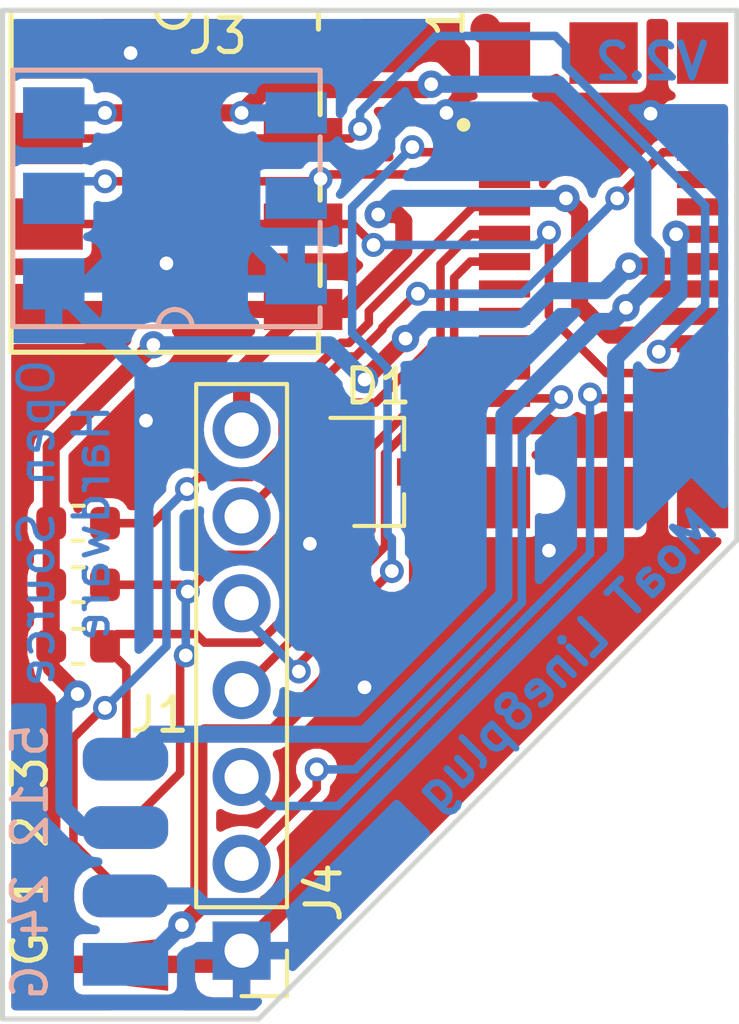
<source format=kicad_pcb>
(kicad_pcb (version 20200119) (host pcbnew "(5.99.0-1527-g968619cfb-dirty)-+6.0.0~dev2-1")

  (general
    (thickness 1.6)
    (drawings 8)
    (tracks 295)
    (modules 9)
    (nets 18)
  )

  (page "A4")
  (layers
    (0 "F.Cu" signal)
    (31 "B.Cu" signal)
    (32 "B.Adhes" user)
    (33 "F.Adhes" user)
    (34 "B.Paste" user)
    (35 "F.Paste" user)
    (36 "B.SilkS" user)
    (37 "F.SilkS" user)
    (38 "B.Mask" user)
    (39 "F.Mask" user)
    (40 "Dwgs.User" user)
    (41 "Cmts.User" user)
    (42 "Eco1.User" user)
    (43 "Eco2.User" user)
    (44 "Edge.Cuts" user)
    (45 "Margin" user)
    (46 "B.CrtYd" user)
    (47 "F.CrtYd" user)
    (48 "B.Fab" user)
    (49 "F.Fab" user)
  )

  (setup
    (last_trace_width 0.25)
    (user_trace_width 0.25)
    (user_trace_width 0.5)
    (trace_clearance 0.15)
    (zone_clearance 0.254)
    (zone_45_only no)
    (trace_min 0.2)
    (via_size 0.7)
    (via_drill 0.4)
    (via_min_size 0.4)
    (via_min_drill 0.3)
    (uvia_size 0.3)
    (uvia_drill 0.1)
    (uvias_allowed no)
    (uvia_min_size 0.2)
    (uvia_min_drill 0.1)
    (max_error 0.005)
    (defaults
      (edge_clearance 0.01)
      (edge_cuts_line_width 0.15)
      (courtyard_line_width 0.05)
      (copper_line_width 0.2)
      (copper_text_dims (size 1.5 1.5) (thickness 0.3))
      (silk_line_width 0.15)
      (silk_text_dims (size 1 1) (thickness 0.15))
      (fab_layers_line_width 0.1)
      (fab_layers_text_dims (size 1 1) (thickness 0.15))
      (other_layers_line_width 0.1)
      (other_layers_text_dims (size 1 1) (thickness 0.15))
      (dimension_units 0)
      (dimension_precision 1)
    )
    (pad_size 0.3 0.42)
    (pad_drill 0)
    (pad_to_mask_clearance 0.051)
    (solder_mask_min_width 0.25)
    (aux_axis_origin 0 0)
    (grid_origin 145 137.2)
    (visible_elements FFFFFF7F)
    (pcbplotparams
      (layerselection 0x00008_7ffffffe)
      (usegerberextensions false)
      (usegerberattributes false)
      (usegerberadvancedattributes false)
      (creategerberjobfile false)
      (svguseinch false)
      (svgprecision 6)
      (excludeedgelayer true)
      (linewidth 0.100000)
      (plotframeref false)
      (viasonmask false)
      (mode 1)
      (useauxorigin false)
      (hpglpennumber 1)
      (hpglpenspeed 20)
      (hpglpendiameter 15.000000)
      (psnegative false)
      (psa4output false)
      (plotreference true)
      (plotvalue true)
      (plotinvisibletext false)
      (sketchpadsonfab false)
      (subtractmaskfromsilk false)
      (outputformat 1)
      (mirror false)
      (drillshape 0)
      (scaleselection 1)
      (outputdirectory "")
    )
  )

  (net 0 "")
  (net 1 "Net-(J1-Pad2)")
  (net 2 "GNDPWR")
  (net 3 "Net-(J2-Pad20)")
  (net 4 "Net-(J2-Pad18)")
  (net 5 "Net-(J10-Pad2)")
  (net 6 "+12V")
  (net 7 "GND")
  (net 8 "+24V")
  (net 9 "+5V")
  (net 10 "+3V3")
  (net 11 "Net-(J1-Pad3)")
  (net 12 "Net-(J1-Pad4)")
  (net 13 "Net-(J2-Pad3)")
  (net 14 "Net-(J2-Pad4)")
  (net 15 "Net-(J2-Pad19)")
  (net 16 "Net-(J2-Pad21)")
  (net 17 "Net-(J2-Pad22)")

  (net_class "Default" "This is the default net class."
    (clearance 0.15)
    (trace_width 0.25)
    (via_dia 0.7)
    (via_drill 0.4)
    (uvia_dia 0.3)
    (uvia_drill 0.1)
    (add_net "Net-(J1-Pad2)")
    (add_net "Net-(J1-Pad3)")
    (add_net "Net-(J1-Pad4)")
    (add_net "Net-(J10-Pad2)")
    (add_net "Net-(J2-Pad18)")
    (add_net "Net-(J2-Pad19)")
    (add_net "Net-(J2-Pad20)")
    (add_net "Net-(J2-Pad21)")
    (add_net "Net-(J2-Pad22)")
    (add_net "Net-(J2-Pad3)")
    (add_net "Net-(J2-Pad4)")
  )

  (net_class "Power" ""
    (clearance 0.15)
    (trace_width 0.5)
    (via_dia 0.8)
    (via_drill 0.4)
    (uvia_dia 0.3)
    (uvia_drill 0.1)
    (add_net "+12V")
    (add_net "+24V")
    (add_net "+3V3")
    (add_net "+5V")
    (add_net "GND")
    (add_net "GNDPWR")
  )

  (module "localstuff:TE_1775014_socket" (layer "F.Cu") (tedit 5E05E889) (tstamp 00000000-0000-0000-0000-00005db9546b)
    (at 36.6 44.95 -90)
    (descr "TE Connectivity 1775014 0.8mm connector")
    (tags "Connector")
    (path "/00000000-0000-0000-0000-00005cc3e238")
    (fp_text reference "J2" (at 0 -5.5 90) (layer "F.SilkS") hide
      (effects (font (size 1.27 1.27) (thickness 0.254)))
    )
    (fp_text value "Moat_Bus_wire" (at 0 0 90) (layer "F.SilkS") hide
      (effects (font (size 1.27 1.27) (thickness 0.254)))
    )
    (fp_text user "1" (at -7.45 4.6 90) (layer "F.SilkS")
      (effects (font (size 1 1) (thickness 0.15)))
    )
    (fp_circle (center -7.2 3.45) (end -6.9 3.45) (layer "F.Cu") (width 0.3))
    (fp_line (start 7.5 -3.8) (end -7.5 -3.8) (layer "F.CrtYd") (width 0.1))
    (fp_line (start 7.5 3.8) (end 7.5 -3.8) (layer "F.CrtYd") (width 0.1))
    (fp_line (start -7.5 3.8) (end 7.5 3.8) (layer "F.CrtYd") (width 0.1))
    (fp_line (start -7.5 -3.8) (end -7.5 3.8) (layer "F.CrtYd") (width 0.1))
    (fp_text user "${REFERENCE}" (at -1.85 4.8 -90) (layer "F.Fab")
      (effects (font (size 1.27 1.27) (thickness 0.254)))
    )
    (fp_line (start -6.9 -3.15) (end 6.9 -3.15) (layer "F.Fab") (width 0.2))
    (fp_line (start 6.9 -3.15) (end 6.9 3.15) (layer "F.Fab") (width 0.2))
    (fp_line (start 6.9 3.15) (end -6.9 3.15) (layer "F.Fab") (width 0.2))
    (fp_line (start -6.9 3.15) (end -6.9 -3.15) (layer "F.Fab") (width 0.2))
    (fp_line (start -4.5 4.1) (end -4.5 4.1) (layer "F.SilkS") (width 0.2))
    (fp_line (start -4.3 4.1) (end -4.3 4.1) (layer "F.SilkS") (width 0.2))
    (fp_arc (start -4.4 4.1) (end -4.5 4.1) (angle -180) (layer "F.SilkS") (width 0.2))
    (fp_arc (start -4.4 4.1) (end -4.3 4.1) (angle -180) (layer "F.SilkS") (width 0.2))
    (pad "1" smd rect (at -4.4 2.9 270) (size 0.5 1.5) (layers "F.Cu" "F.Paste" "F.Mask")
      (net 7 "GND") (tstamp ff08ee0e-8470-4fe6-a083-128c59ca53e7))
    (pad "2" smd rect (at -4.4 -2.9 270) (size 0.5 1.5) (layers "F.Cu" "F.Paste" "F.Mask")
      (net 7 "GND") (tstamp c6308ca4-a092-4b53-bc4c-436d7acf707c))
    (pad "3" smd rect (at -3.6 2.9 270) (size 0.5 1.5) (layers "F.Cu" "F.Paste" "F.Mask")
      (net 13 "Net-(J2-Pad3)") (tstamp f1a6d320-1cd9-4245-a640-0ed92d43efd5))
    (pad "4" smd rect (at -3.6 -2.9 270) (size 0.5 1.5) (layers "F.Cu" "F.Paste" "F.Mask")
      (net 14 "Net-(J2-Pad4)") (tstamp 6c2fbdca-8978-4bb5-9afc-c0e05256f94c))
    (pad "5" smd rect (at -2.8 2.9 270) (size 0.5 1.5) (layers "F.Cu" "F.Paste" "F.Mask")
      (net 5 "Net-(J10-Pad2)") (tstamp 9cd6addc-3c03-4741-b3d3-3942516895c4))
    (pad "6" smd rect (at -2.8 -2.9 270) (size 0.5 1.5) (layers "F.Cu" "F.Paste" "F.Mask") (tstamp f1cd6aff-bf01-4e2e-89cb-069006f97da1))
    (pad "7" smd rect (at -2 2.9 270) (size 0.5 1.5) (layers "F.Cu" "F.Paste" "F.Mask")
      (net 1 "Net-(J1-Pad2)") (tstamp 3bbf6d3e-34f4-4fb3-915c-d7e501d4cce6))
    (pad "8" smd rect (at -2 -2.9 270) (size 0.5 1.5) (layers "F.Cu" "F.Paste" "F.Mask") (tstamp dec74044-cf10-499b-ba97-be630129864e))
    (pad "9" smd rect (at -1.2 2.9 270) (size 0.5 1.5) (layers "F.Cu" "F.Paste" "F.Mask")
      (net 11 "Net-(J1-Pad3)") (tstamp ea620b56-d0e3-41ca-8a42-f7a09bd22983))
    (pad "10" smd rect (at -1.2 -2.9 270) (size 0.5 1.5) (layers "F.Cu" "F.Paste" "F.Mask")
      (net 8 "+24V") (tstamp 768ca996-c4bd-4d10-ae6f-e83a33e77704))
    (pad "11" smd rect (at -0.4 2.9 270) (size 0.5 1.5) (layers "F.Cu" "F.Paste" "F.Mask")
      (net 12 "Net-(J1-Pad4)") (tstamp f6441d22-b0f8-4f71-90c9-66d3247434f9))
    (pad "12" smd rect (at -0.4 -2.9 270) (size 0.5 1.5) (layers "F.Cu" "F.Paste" "F.Mask")
      (net 6 "+12V") (tstamp 58d118cd-fc02-4c84-9860-a54cd84c14cd))
    (pad "13" smd rect (at 0.4 2.9 270) (size 0.5 1.5) (layers "F.Cu" "F.Paste" "F.Mask") (tstamp daf63dff-0044-4df6-8995-a51f351cedf5))
    (pad "14" smd rect (at 0.4 -2.9 270) (size 0.5 1.5) (layers "F.Cu" "F.Paste" "F.Mask")
      (net 9 "+5V") (tstamp bce3ca01-6b6a-44c2-8d22-d37941ac76fd))
    (pad "15" smd rect (at 1.2 2.9 270) (size 0.5 1.5) (layers "F.Cu" "F.Paste" "F.Mask") (tstamp e963122a-42a4-415a-8b7c-ed7bf29b9163))
    (pad "16" smd rect (at 1.2 -2.9 270) (size 0.5 1.5) (layers "F.Cu" "F.Paste" "F.Mask")
      (net 10 "+3V3") (tstamp 55e038f2-f137-4c55-affd-50e49ef86b0e))
    (pad "17" smd rect (at 2 2.9 270) (size 0.5 1.5) (layers "F.Cu" "F.Paste" "F.Mask") (tstamp ed361335-be0b-4b0d-967c-8fcdd219781a))
    (pad "18" smd rect (at 2 -2.9 270) (size 0.5 1.5) (layers "F.Cu" "F.Paste" "F.Mask")
      (net 4 "Net-(J2-Pad18)") (tstamp 2882dc43-ce00-479e-9251-ba9ac1fa9841))
    (pad "19" smd rect (at 2.8 2.9 270) (size 0.5 1.5) (layers "F.Cu" "F.Paste" "F.Mask")
      (net 15 "Net-(J2-Pad19)") (tstamp 32b62245-4433-4aa3-9574-247af982c9ae))
    (pad "20" smd rect (at 2.8 -2.9 270) (size 0.5 1.5) (layers "F.Cu" "F.Paste" "F.Mask")
      (net 3 "Net-(J2-Pad20)") (tstamp 9e4d255d-bbaf-473a-baca-8518804eaec6))
    (pad "21" smd rect (at 3.6 2.9 270) (size 0.5 1.5) (layers "F.Cu" "F.Paste" "F.Mask")
      (net 16 "Net-(J2-Pad21)") (tstamp faf0813a-4670-429e-b7e0-9187f8df3b77))
    (pad "22" smd rect (at 3.6 -2.9 270) (size 0.5 1.5) (layers "F.Cu" "F.Paste" "F.Mask")
      (net 17 "Net-(J2-Pad22)") (tstamp add945a8-bcfd-4e82-bf16-0fe501ffef7d))
    (pad "23" smd rect (at 4.4 2.9 270) (size 0.5 1.5) (layers "F.Cu" "F.Paste" "F.Mask")
      (net 7 "GND") (tstamp 1f287503-5433-42f2-bbab-7f1725cb2ff7))
    (pad "24" smd rect (at 4.4 -2.9 270) (size 0.5 1.5) (layers "F.Cu" "F.Paste" "F.Mask")
      (net 7 "GND") (tstamp 0aa74a41-c5e9-491e-a6b8-b678878a5417))
    (pad "MNT" smd rect (at -6.5 2.9) (size 1.5 1.8) (layers "F.Cu" "F.Paste" "F.Mask")
      (solder_paste_margin -0.05) (clearance 0.001) (tstamp e6440616-f44b-4db7-82a7-888426051888))
    (pad "MNT" smd rect (at -6.5 -2.9) (size 1.5 1.8) (layers "F.Cu" "F.Paste" "F.Mask") (tstamp 94e886fd-af7c-4985-8b01-6fcd6c083ffb))
    (pad "MNT" smd rect (at 6.5 2.9) (size 1.5 1.8) (layers "F.Cu" "F.Paste" "F.Mask")
      (solder_paste_margin -0.05) (clearance 0.001) (tstamp f61735ce-63ac-48c8-9912-e6f33d69dd6d))
    (pad "MNT" smd rect (at 6.5 -2.9) (size 1.5 1.8) (layers "F.Cu" "F.Paste" "F.Mask") (tstamp 73fd0c7b-0518-4c85-af97-60a651f76ed1))
    (pad "MNT" smd rect (at -6.5 0 270) (size 1.8 2) (layers "F.Cu" "F.Paste" "F.Mask") (tstamp b05c52f2-2e6c-49b0-9b76-4ea51eab2312))
    (pad "MNT" smd rect (at 6.5 0 270) (size 1.8 2) (layers "F.Cu" "F.Paste" "F.Mask") (tstamp eae8d45a-fd13-4e29-a4ac-c0d19a19f089))
    (pad "" np_thru_hole circle (at -6.4 1.7 270) (size 0.65 0.65) (drill 0.65) (layers *.Cu *.Mask)
      (clearance 0.01) (tstamp ddc141b7-1f88-4a66-a19d-15c0fdd033cd))
    (pad "" np_thru_hole circle (at 6.4 1.7 270) (size 0.65 0.65) (drill 0.65) (layers *.Cu *.Mask)
      (clearance 0.0001) (tstamp 9825aa40-552b-4f26-a928-396bbd9340e1))
    (model ":moat3d:1775014-2.stp"
      (offset (xyz 0 0 2.4))
      (scale (xyz 1 1 1))
      (rotate (xyz 0 0 0))
    )
  )

  (module "Connector_PinHeader_2.54mm:PinHeader_1x07_P2.54mm_Vertical" (layer "F.Cu") (tedit 59FED5CC) (tstamp 00000000-0000-0000-0000-00005e050be1)
    (at 26 64.7 180)
    (descr "Through hole straight pin header, 1x07, 2.54mm pitch, single row")
    (tags "Through hole pin header THT 1x07 2.54mm single row")
    (path "/00000000-0000-0000-0000-00005e090f5a")
    (fp_text reference "J4" (at -2.4 1.7 90) (layer "F.SilkS")
      (effects (font (size 1 1) (thickness 0.15)))
    )
    (fp_text value "Conn_01x07" (at 0 17.57) (layer "F.Fab") hide
      (effects (font (size 1 1) (thickness 0.15)))
    )
    (fp_line (start -0.635 -1.27) (end 1.27 -1.27) (layer "F.Fab") (width 0.1))
    (fp_line (start 1.27 -1.27) (end 1.27 16.51) (layer "F.Fab") (width 0.1))
    (fp_line (start 1.27 16.51) (end -1.27 16.51) (layer "F.Fab") (width 0.1))
    (fp_line (start -1.27 16.51) (end -1.27 -0.635) (layer "F.Fab") (width 0.1))
    (fp_line (start -1.27 -0.635) (end -0.635 -1.27) (layer "F.Fab") (width 0.1))
    (fp_line (start -1.33 16.57) (end 1.33 16.57) (layer "F.SilkS") (width 0.12))
    (fp_line (start -1.33 1.27) (end -1.33 16.57) (layer "F.SilkS") (width 0.12))
    (fp_line (start 1.33 1.27) (end 1.33 16.57) (layer "F.SilkS") (width 0.12))
    (fp_line (start -1.33 1.27) (end 1.33 1.27) (layer "F.SilkS") (width 0.12))
    (fp_line (start -1.33 0) (end -1.33 -1.33) (layer "F.SilkS") (width 0.12))
    (fp_line (start -1.33 -1.33) (end 0 -1.33) (layer "F.SilkS") (width 0.12))
    (fp_line (start -1.8 -1.8) (end -1.8 17.05) (layer "F.CrtYd") (width 0.05))
    (fp_line (start -1.8 17.05) (end 1.8 17.05) (layer "F.CrtYd") (width 0.05))
    (fp_line (start 1.8 17.05) (end 1.8 -1.8) (layer "F.CrtYd") (width 0.05))
    (fp_line (start 1.8 -1.8) (end -1.8 -1.8) (layer "F.CrtYd") (width 0.05))
    (fp_text user "${REFERENCE}" (at 0 7.62 90) (layer "F.Fab")
      (effects (font (size 1 1) (thickness 0.15)))
    )
    (pad "7" thru_hole oval (at 0 15.24 180) (size 1.7 1.7) (drill 1) (layers *.Cu *.Mask)
      (net 10 "+3V3") (tstamp 5db70e59-cc90-4ef4-a838-73d50395cac4))
    (pad "6" thru_hole oval (at 0 12.7 180) (size 1.7 1.7) (drill 1) (layers *.Cu *.Mask)
      (net 14 "Net-(J2-Pad4)") (tstamp abae9eed-242b-4905-9b96-6c052067f12f))
    (pad "5" thru_hole oval (at 0 10.16 180) (size 1.7 1.7) (drill 1) (layers *.Cu *.Mask)
      (net 13 "Net-(J2-Pad3)") (tstamp 963abbcf-ed0b-49e9-b9be-0946fdecfab1))
    (pad "4" thru_hole oval (at 0 7.62 180) (size 1.7 1.7) (drill 1) (layers *.Cu *.Mask)
      (net 15 "Net-(J2-Pad19)") (tstamp a349b5ee-9e00-4596-a0fb-112b62c2f06f))
    (pad "3" thru_hole oval (at 0 5.08 180) (size 1.7 1.7) (drill 1) (layers *.Cu *.Mask)
      (net 17 "Net-(J2-Pad22)") (tstamp 064809aa-ded2-4a40-b11b-9c51883cef22))
    (pad "2" thru_hole oval (at 0 2.54 180) (size 1.7 1.7) (drill 1) (layers *.Cu *.Mask)
      (net 16 "Net-(J2-Pad21)") (tstamp a70e9aeb-f438-41fb-808d-a51fd7835542))
    (pad "1" thru_hole rect (at 0 0 180) (size 1.7 1.7) (drill 1) (layers *.Cu *.Mask)
      (net 7 "GND") (tstamp 33068491-3294-4ad7-b312-70f065eb40cb))
    (model "${KISYS3DMOD}/Connector_PinHeader_2.54mm.3dshapes/PinHeader_1x07_P2.54mm_Vertical.wrl"
      (at (xyz 0 0 0))
      (scale (xyz 1 1 1))
      (rotate (xyz 0 0 0))
    )
  )

  (module "localstuff:Moat8-Solder" (layer "F.Cu") (tedit 5E050D0F) (tstamp 00000000-0000-0000-0000-00005e059046)
    (at 22.6 66.6 180)
    (descr "surface-mounted straight pin header, 1x12, 2.54mm pitch, single row, style 1 (pin 1 left)")
    (tags "Surface mounted pin header SMD 1x12 2.54mm single row style1 pin1 left")
    (path "/00000000-0000-0000-0000-00005e0bf327")
    (attr smd)
    (fp_text reference "J1" (at -1 8.8) (layer "F.SilkS")
      (effects (font (size 1 1) (thickness 0.15)))
    )
    (fp_text value "Moat_Bus_8" (at -4.5 4.5 90) (layer "F.Fab")
      (effects (font (size 1 1) (thickness 0.15)))
    )
    (fp_line (start 3.5 0) (end -3.5 0) (layer "F.CrtYd") (width 0.05))
    (fp_line (start -3.5 9) (end -3.5 0) (layer "F.CrtYd") (width 0.05))
    (fp_line (start -3.5 9) (end 3.5 9) (layer "F.CrtYd") (width 0.05))
    (fp_line (start 3.5 0) (end 3.5 9) (layer "F.CrtYd") (width 0.05))
    (fp_text user "G 1 2 3" (at 2.8 4.5 90 unlocked) (layer "F.SilkS")
      (effects (font (size 1 1) (thickness 0.15)))
    )
    (fp_text user "5 12 24 G" (at 2.8 4.5 90 unlocked) (layer "B.SilkS")
      (effects (font (size 1 1) (thickness 0.15)) (justify mirror))
    )
    (pad "6" smd roundrect (at 0 5.5 180) (size 2.5 1.25) (layers "B.Cu" "B.Mask") (roundrect_rratio 0.4)
      (net 6 "+12V") (tstamp 2c8f172d-0882-40b6-ac9e-12999fd22064))
    (pad "7" smd roundrect (at 0 3.5 180) (size 2.5 1.25) (layers "B.Cu" "B.Mask") (roundrect_rratio 0.4)
      (net 8 "+24V") (tstamp 314f1b8d-0c8a-4fa6-abdf-321a514b8d78))
    (pad "8" smd rect (at 0 1.5 180) (size 2.5 1.25) (layers "B.Cu" "B.Mask")
      (net 2 "GNDPWR") (tstamp 221d4f3f-77ca-4d19-a1d3-a795a5a996c4))
    (pad "5" smd roundrect (at 0 7.5 180) (size 2.5 1.25) (layers "B.Cu" "B.Mask") (roundrect_rratio 0.4)
      (net 9 "+5V") (tstamp 3999eb76-fb99-46d5-8ff6-6a6c3b039d19))
    (pad "2" smd roundrect (at 0 3.5 180) (size 2.5 1.25) (layers "F.Cu" "F.Mask") (roundrect_rratio 0.4)
      (net 1 "Net-(J1-Pad2)") (tstamp 7ca06602-a386-4924-a8a3-40386c638b9a))
    (pad "3" smd roundrect (at 0 5.5 180) (size 2.5 1.25) (layers "F.Cu" "F.Mask") (roundrect_rratio 0.4)
      (net 11 "Net-(J1-Pad3)") (tstamp 81d0acfb-d768-459f-8cd7-9ab07367b94f))
    (pad "4" smd roundrect (at 0 7.5 180) (size 2.5 1.25) (layers "F.Cu" "F.Mask") (roundrect_rratio 0.4)
      (net 12 "Net-(J1-Pad4)") (tstamp c567fb21-8256-4e21-8db9-ab2a5444e576))
    (pad "1" smd trapezoid (at 0 1.5 180) (size 2.5 1.25) (rect_delta 0.3 0 ) (layers "F.Cu" "F.Mask")
      (net 7 "GND") (tstamp 0de0d88c-74d3-45ba-a313-337dd835414b))
    (model "${KISYS3DMOD}/Connector_PinHeader_2.54mm.3dshapes/PinHeader_1x12_P2.54mm_Vertical_SMD_Pin1Left.wrl"
      (at (xyz 0 0 0))
      (scale (xyz 1 1 1))
      (rotate (xyz 0 0 0))
    )
  )

  (module "Package_TO_SOT_SMD:SOT-23" (layer "F.Cu") (tedit 5A02FF57) (tstamp 00000000-0000-0000-0000-00005e0595ec)
    (at 30 50.7)
    (descr "SOT-23, Standard")
    (tags "SOT-23")
    (path "/00000000-0000-0000-0000-00005e08ae34")
    (attr smd)
    (fp_text reference "D1" (at 0 -2.5) (layer "F.SilkS")
      (effects (font (size 1 1) (thickness 0.15)))
    )
    (fp_text value "BAT54S" (at 0 2.5) (layer "F.Fab") hide
      (effects (font (size 1 1) (thickness 0.15)))
    )
    (fp_text user "${REFERENCE}" (at 0 0 90) (layer "F.Fab")
      (effects (font (size 0.5 0.5) (thickness 0.075)))
    )
    (fp_line (start -0.7 -0.95) (end -0.7 1.5) (layer "F.Fab") (width 0.1))
    (fp_line (start -0.15 -1.52) (end 0.7 -1.52) (layer "F.Fab") (width 0.1))
    (fp_line (start -0.7 -0.95) (end -0.15 -1.52) (layer "F.Fab") (width 0.1))
    (fp_line (start 0.7 -1.52) (end 0.7 1.52) (layer "F.Fab") (width 0.1))
    (fp_line (start -0.7 1.52) (end 0.7 1.52) (layer "F.Fab") (width 0.1))
    (fp_line (start 0.76 1.58) (end 0.76 0.65) (layer "F.SilkS") (width 0.12))
    (fp_line (start 0.76 -1.58) (end 0.76 -0.65) (layer "F.SilkS") (width 0.12))
    (fp_line (start -1.7 -1.75) (end 1.7 -1.75) (layer "F.CrtYd") (width 0.05))
    (fp_line (start 1.7 -1.75) (end 1.7 1.75) (layer "F.CrtYd") (width 0.05))
    (fp_line (start 1.7 1.75) (end -1.7 1.75) (layer "F.CrtYd") (width 0.05))
    (fp_line (start -1.7 1.75) (end -1.7 -1.75) (layer "F.CrtYd") (width 0.05))
    (fp_line (start 0.76 -1.58) (end -1.4 -1.58) (layer "F.SilkS") (width 0.12))
    (fp_line (start 0.76 1.58) (end -0.7 1.58) (layer "F.SilkS") (width 0.12))
    (pad "3" smd rect (at 1 0) (size 0.9 0.8) (layers "F.Cu" "F.Paste" "F.Mask")
      (net 2 "GNDPWR") (tstamp 088e57ae-578f-46cf-a712-2e875b01245c))
    (pad "2" smd rect (at -1 0.95) (size 0.9 0.8) (layers "F.Cu" "F.Paste" "F.Mask")
      (net 7 "GND") (tstamp d8f2a29f-2a4d-42e3-8321-6f047e813f3b))
    (pad "1" smd rect (at -1 -0.95) (size 0.9 0.8) (layers "F.Cu" "F.Paste" "F.Mask")
      (net 7 "GND") (tstamp 1f96e123-48ba-4803-80bb-f8f65deb11c8))
    (model "${KISYS3DMOD}/Package_TO_SOT_SMD.3dshapes/SOT-23.wrl"
      (at (xyz 0 0 0))
      (scale (xyz 1 1 1))
      (rotate (xyz 0 0 0))
    )
  )

  (module "localstuff:AVX_9276_3Pin" (layer "B.Cu") (tedit 5DB876B0) (tstamp 00000000-0000-0000-0000-00005cdf021f)
    (at 24.05 42.7 90)
    (path "/00000000-0000-0000-0000-00005cfbeec8")
    (fp_text reference "J10" (at 1 5.5 90) (layer "B.SilkS") hide
      (effects (font (size 1 1) (thickness 0.15)) (justify mirror))
    )
    (fp_text value "1wireConn" (at 0 0 90) (layer "B.Fab")
      (effects (font (size 1 1) (thickness 0.15)) (justify mirror))
    )
    (fp_arc (start -3.75 0) (end -3.75 0.5) (angle -90) (layer "B.SilkS") (width 0.15))
    (fp_arc (start -3.75 0) (end -3.25 0) (angle -90) (layer "B.SilkS") (width 0.15))
    (fp_line (start -3.75 4.25) (end -3.75 -4.75) (layer "B.SilkS") (width 0.15))
    (fp_line (start 3.75 -4.75) (end 3.75 4.25) (layer "B.SilkS") (width 0.15))
    (fp_line (start -3.75 -4.75) (end 3.75 -4.75) (layer "B.SilkS") (width 0.15))
    (fp_line (start 3.75 4.25) (end 3.2 4.25) (layer "B.SilkS") (width 0.15))
    (fp_line (start 1.8 4.25) (end 0.7 4.25) (layer "B.SilkS") (width 0.15))
    (fp_line (start -0.7 4.25) (end -1.8 4.25) (layer "B.SilkS") (width 0.15))
    (fp_line (start -3.75 4.25) (end -3.2 4.25) (layer "B.SilkS") (width 0.15))
    (pad "3" smd rect (at 2.5 -3.55 90) (size 1.5 1.8) (layers "B.Cu" "B.Paste" "B.Mask")
      (net 9 "+5V") (tstamp b45534a5-4053-4610-8920-177d783b617c))
    (pad "2" smd rect (at 0 -3.55 90) (size 1.5 1.8) (layers "B.Cu" "B.Paste" "B.Mask")
      (net 5 "Net-(J10-Pad2)") (tstamp be4f9f7c-8bc6-4b03-8ceb-3cb53da22284))
    (pad "1" smd rect (at -2.5 -3.55 90) (size 1.5 1.8) (layers "B.Cu" "B.Paste" "B.Mask")
      (net 7 "GND") (tstamp a91441db-4002-4256-84fd-4b9ccc42835e))
    (pad "1" smd rect (at -2.5 3.55 90) (size 1.2 1.8) (layers "B.Cu" "B.Paste" "B.Mask")
      (net 7 "GND") (tstamp 4b343659-8529-440a-8526-576b0210435f))
    (pad "2" smd rect (at 0 3.55 90) (size 1.2 1.8) (layers "B.Cu" "B.Paste" "B.Mask")
      (net 5 "Net-(J10-Pad2)") (tstamp f5f65370-9043-4a06-b01d-01cb578a46d0))
    (pad "3" smd rect (at 2.5 3.55 90) (size 1.2 1.8) (layers "B.Cu" "B.Paste" "B.Mask")
      (net 9 "+5V") (tstamp 059c34ce-f8f7-4121-a2f3-9ab7a1d87390))
    (model ":moat3d:9276-3.wrl"
      (offset (xyz -3.7 -4.7 0.01))
      (scale (xyz 0.39 0.39 0.39))
      (rotate (xyz -90 0 0))
    )
  )

  (module "localstuff:AVX_9276_4Pin_HS" (layer "F.Cu") (tedit 5CE00E0C) (tstamp 00000000-0000-0000-0000-00005dbdef4d)
    (at 24 42.2 -90)
    (path "/00000000-0000-0000-0000-00005dc068c1")
    (fp_text reference "J3" (at -4.25 -1.3 180) (layer "F.SilkS")
      (effects (font (size 1 1) (thickness 0.15)))
    )
    (fp_text value "I2C" (at 0 0 -90) (layer "F.Fab") hide
      (effects (font (size 1 1) (thickness 0.15)))
    )
    (fp_arc (start -5 0) (end -5 -0.5) (angle 90) (layer "F.SilkS") (width 0.15))
    (fp_arc (start -5 0) (end -4.5 0) (angle 90) (layer "F.SilkS") (width 0.15))
    (fp_line (start -5 -4.25) (end -5 4.75) (layer "F.SilkS") (width 0.15))
    (fp_line (start 5 4.75) (end 5 -4.25) (layer "F.SilkS") (width 0.15))
    (fp_line (start -5 4.75) (end 5 4.75) (layer "F.SilkS") (width 0.15))
    (fp_line (start 5 -4.25) (end 4.45 -4.25) (layer "F.SilkS") (width 0.15))
    (fp_line (start 3.05 -4.3) (end 1.95 -4.3) (layer "F.SilkS") (width 0.15))
    (fp_line (start 0.55 -4.3) (end -0.55 -4.3) (layer "F.SilkS") (width 0.15))
    (fp_line (start -1.95 -4.3) (end -3.05 -4.3) (layer "F.SilkS") (width 0.15))
    (fp_line (start -5 -4.25) (end -4.45 -4.25) (layer "F.SilkS") (width 0.15))
    (pad "4" smd rect (at 3.75 3.7 270) (size 1.5 2.1) (layers "F.Cu" "F.Paste" "F.Mask")
      (net 10 "+3V3") (tstamp 6c3aa16b-6afa-4c0d-9e62-764309999dca))
    (pad "3" smd rect (at 1.25 3.7 270) (size 1.5 2.1) (layers "F.Cu" "F.Paste" "F.Mask")
      (net 3 "Net-(J2-Pad20)") (tstamp 4ed232d8-c436-4dce-a68e-2f505b3fa236))
    (pad "2" smd rect (at -1.25 3.7 270) (size 1.5 2.1) (layers "F.Cu" "F.Paste" "F.Mask")
      (net 4 "Net-(J2-Pad18)") (tstamp 6e1c35b8-d06d-4dc5-96bf-f6ec316ce93f))
    (pad "1" smd rect (at -3.75 3.7 270) (size 1.5 2.1) (layers "F.Cu" "F.Paste" "F.Mask")
      (net 7 "GND") (tstamp 917c969c-5928-407a-8758-d256b7951b9c))
    (pad "1" smd rect (at -3.75 -3.8 270) (size 1.2 2.3) (layers "F.Cu" "F.Paste" "F.Mask")
      (net 7 "GND") (tstamp e4a817da-3826-4d19-821f-6d900afcab27))
    (pad "2" smd rect (at -1.25 -3.8 270) (size 1.2 2.3) (layers "F.Cu" "F.Paste" "F.Mask")
      (net 4 "Net-(J2-Pad18)") (tstamp b950acb3-28b7-4956-9070-201b1b3ab1c1))
    (pad "3" smd rect (at 1.25 -3.8 270) (size 1.2 2.3) (layers "F.Cu" "F.Paste" "F.Mask")
      (net 3 "Net-(J2-Pad20)") (tstamp a19fb42a-3135-42ba-bc88-4251f739a1b0))
    (pad "4" smd rect (at 3.75 -3.8 270) (size 1.2 2.3) (layers "F.Cu" "F.Paste" "F.Mask")
      (net 10 "+3V3") (tstamp 0cd6627b-db32-4b27-8b8e-324c4ccec8e4))
    (model ":moat3d:9276-4.wrl"
      (offset (xyz -5 -4.7 0.01))
      (scale (xyz 0.39 0.39 0.39))
      (rotate (xyz -90 0 0))
    )
  )

  (module "Resistor_SMD:R_0603_1608Metric" (layer "F.Cu") (tedit 5B301BBD) (tstamp 00000000-0000-0000-0000-00005e051868)
    (at 21.2125 52.2 180)
    (descr "Resistor SMD 0603 (1608 Metric), square (rectangular) end terminal, IPC_7351 nominal, (Body size source: http://www.tortai-tech.com/upload/download/2011102023233369053.pdf), generated with kicad-footprint-generator")
    (tags "resistor")
    (path "/00000000-0000-0000-0000-00005dbb42c0")
    (attr smd)
    (fp_text reference "R7" (at 0 -1.43) (layer "F.SilkS") hide
      (effects (font (size 1 1) (thickness 0.15)))
    )
    (fp_text value "470" (at 0 1.43) (layer "F.Fab")
      (effects (font (size 1 1) (thickness 0.15)))
    )
    (fp_line (start -0.8 0.4) (end -0.8 -0.4) (layer "F.Fab") (width 0.1))
    (fp_line (start -0.8 -0.4) (end 0.8 -0.4) (layer "F.Fab") (width 0.1))
    (fp_line (start 0.8 -0.4) (end 0.8 0.4) (layer "F.Fab") (width 0.1))
    (fp_line (start 0.8 0.4) (end -0.8 0.4) (layer "F.Fab") (width 0.1))
    (fp_line (start -0.162779 -0.51) (end 0.162779 -0.51) (layer "F.SilkS") (width 0.12))
    (fp_line (start -0.162779 0.51) (end 0.162779 0.51) (layer "F.SilkS") (width 0.12))
    (fp_line (start -1.48 0.73) (end -1.48 -0.73) (layer "F.CrtYd") (width 0.05))
    (fp_line (start -1.48 -0.73) (end 1.48 -0.73) (layer "F.CrtYd") (width 0.05))
    (fp_line (start 1.48 -0.73) (end 1.48 0.73) (layer "F.CrtYd") (width 0.05))
    (fp_line (start 1.48 0.73) (end -1.48 0.73) (layer "F.CrtYd") (width 0.05))
    (fp_text user "${REFERENCE}" (at 0 0) (layer "F.Fab")
      (effects (font (size 0.4 0.4) (thickness 0.06)))
    )
    (pad "2" smd roundrect (at 0.7875 0 180) (size 0.875 0.95) (layers "F.Cu" "F.Paste" "F.Mask") (roundrect_rratio 0.25)
      (net 6 "+12V") (tstamp 3a025d08-492a-4142-bcb1-9c4a5bf92912))
    (pad "1" smd roundrect (at -0.7875 0 180) (size 0.875 0.95) (layers "F.Cu" "F.Paste" "F.Mask") (roundrect_rratio 0.25)
      (net 1 "Net-(J1-Pad2)") (tstamp 6ece4c76-d73b-4d2b-baef-ff59581f6060))
    (model "${KISYS3DMOD}/Resistor_SMD.3dshapes/R_0603_1608Metric.wrl"
      (at (xyz 0 0 0))
      (scale (xyz 1 1 1))
      (rotate (xyz 0 0 0))
    )
  )

  (module "Resistor_SMD:R_0603_1608Metric" (layer "F.Cu") (tedit 5B301BBD) (tstamp 00000000-0000-0000-0000-00005dbe000e)
    (at 21.2125 54 180)
    (descr "Resistor SMD 0603 (1608 Metric), square (rectangular) end terminal, IPC_7351 nominal, (Body size source: http://www.tortai-tech.com/upload/download/2011102023233369053.pdf), generated with kicad-footprint-generator")
    (tags "resistor")
    (path "/00000000-0000-0000-0000-00005cd000b0")
    (attr smd)
    (fp_text reference "R5" (at 0 -1.43) (layer "F.SilkS") hide
      (effects (font (size 1 1) (thickness 0.15)))
    )
    (fp_text value "470" (at 0 1.43) (layer "F.Fab") hide
      (effects (font (size 1 1) (thickness 0.15)))
    )
    (fp_line (start -0.8 0.4) (end -0.8 -0.4) (layer "F.Fab") (width 0.1))
    (fp_line (start -0.8 -0.4) (end 0.8 -0.4) (layer "F.Fab") (width 0.1))
    (fp_line (start 0.8 -0.4) (end 0.8 0.4) (layer "F.Fab") (width 0.1))
    (fp_line (start 0.8 0.4) (end -0.8 0.4) (layer "F.Fab") (width 0.1))
    (fp_line (start -0.162779 -0.51) (end 0.162779 -0.51) (layer "F.SilkS") (width 0.12))
    (fp_line (start -0.162779 0.51) (end 0.162779 0.51) (layer "F.SilkS") (width 0.12))
    (fp_line (start -1.48 0.73) (end -1.48 -0.73) (layer "F.CrtYd") (width 0.05))
    (fp_line (start -1.48 -0.73) (end 1.48 -0.73) (layer "F.CrtYd") (width 0.05))
    (fp_line (start 1.48 -0.73) (end 1.48 0.73) (layer "F.CrtYd") (width 0.05))
    (fp_line (start 1.48 0.73) (end -1.48 0.73) (layer "F.CrtYd") (width 0.05))
    (fp_text user "${REFERENCE}" (at 0 0) (layer "F.Fab")
      (effects (font (size 0.4 0.4) (thickness 0.06)))
    )
    (pad "2" smd roundrect (at 0.7875 0 180) (size 0.875 0.95) (layers "F.Cu" "F.Paste" "F.Mask") (roundrect_rratio 0.25)
      (net 6 "+12V") (tstamp c2d6f28e-31f5-4053-be8c-6de0cad49b1d))
    (pad "1" smd roundrect (at -0.7875 0 180) (size 0.875 0.95) (layers "F.Cu" "F.Paste" "F.Mask") (roundrect_rratio 0.25)
      (net 11 "Net-(J1-Pad3)") (tstamp 146e8222-7ada-422c-8e9a-cedf4137405e))
    (model "${KISYS3DMOD}/Resistor_SMD.3dshapes/R_0603_1608Metric.wrl"
      (at (xyz 0 0 0))
      (scale (xyz 1 1 1))
      (rotate (xyz 0 0 0))
    )
  )

  (module "Resistor_SMD:R_0603_1608Metric" (layer "F.Cu") (tedit 5B301BBD) (tstamp 00000000-0000-0000-0000-00005dbdffde)
    (at 21.2125 55.8 180)
    (descr "Resistor SMD 0603 (1608 Metric), square (rectangular) end terminal, IPC_7351 nominal, (Body size source: http://www.tortai-tech.com/upload/download/2011102023233369053.pdf), generated with kicad-footprint-generator")
    (tags "resistor")
    (path "/00000000-0000-0000-0000-00005cd009c5")
    (attr smd)
    (fp_text reference "R6" (at 0 -1.43) (layer "F.SilkS") hide
      (effects (font (size 1 1) (thickness 0.15)))
    )
    (fp_text value "470" (at 0 1.43) (layer "F.Fab") hide
      (effects (font (size 1 1) (thickness 0.15)))
    )
    (fp_line (start -0.8 0.4) (end -0.8 -0.4) (layer "F.Fab") (width 0.1))
    (fp_line (start -0.8 -0.4) (end 0.8 -0.4) (layer "F.Fab") (width 0.1))
    (fp_line (start 0.8 -0.4) (end 0.8 0.4) (layer "F.Fab") (width 0.1))
    (fp_line (start 0.8 0.4) (end -0.8 0.4) (layer "F.Fab") (width 0.1))
    (fp_line (start -0.162779 -0.51) (end 0.162779 -0.51) (layer "F.SilkS") (width 0.12))
    (fp_line (start -0.162779 0.51) (end 0.162779 0.51) (layer "F.SilkS") (width 0.12))
    (fp_line (start -1.48 0.73) (end -1.48 -0.73) (layer "F.CrtYd") (width 0.05))
    (fp_line (start -1.48 -0.73) (end 1.48 -0.73) (layer "F.CrtYd") (width 0.05))
    (fp_line (start 1.48 -0.73) (end 1.48 0.73) (layer "F.CrtYd") (width 0.05))
    (fp_line (start 1.48 0.73) (end -1.48 0.73) (layer "F.CrtYd") (width 0.05))
    (fp_text user "${REFERENCE}" (at 0 0) (layer "F.Fab")
      (effects (font (size 0.4 0.4) (thickness 0.06)))
    )
    (pad "2" smd roundrect (at 0.7875 0 180) (size 0.875 0.95) (layers "F.Cu" "F.Paste" "F.Mask") (roundrect_rratio 0.25)
      (net 6 "+12V") (tstamp 50962cba-a5ce-48f2-9d47-18ae069c0811))
    (pad "1" smd roundrect (at -0.7875 0 180) (size 0.875 0.95) (layers "F.Cu" "F.Paste" "F.Mask") (roundrect_rratio 0.25)
      (net 12 "Net-(J1-Pad4)") (tstamp 79cbb9ba-9778-41fe-8ab3-36c2484463d5))
    (model "${KISYS3DMOD}/Resistor_SMD.3dshapes/R_0603_1608Metric.wrl"
      (at (xyz 0 0 0))
      (scale (xyz 1 1 1))
      (rotate (xyz 0 0 0))
    )
  )

  (gr_text "Open Source\nHardware" (at 20.8 52.2 90) (layer "B.Cu") (tstamp ce6e33c2-667e-48c4-ad8f-d0c61a1464b5)
    (effects (font (size 1 1) (thickness 0.15)) (justify mirror))
  )
  (gr_text "V2.2" (at 38 38.7) (layer "B.Cu") (tstamp 00000000-0000-0000-0000-00005e0526b8)
    (effects (font (size 1 1) (thickness 0.2)) (justify mirror))
  )
  (gr_text "MoaT Line8plug" (at 35.5 56.2 45) (layer "B.Cu") (tstamp 4ceb52b5-4bd7-4851-a0ec-1b952aed7dce)
    (effects (font (size 1 1) (thickness 0.2)) (justify mirror))
  )
  (gr_line (start 19 37.2) (end 40.5 37.2) (layer "Edge.Cuts") (width 0.15) (tstamp 00000000-0000-0000-0000-00005dbe69d2))
  (gr_line (start 19 66.7) (end 19 37.2) (layer "Edge.Cuts") (width 0.15) (tstamp 00000000-0000-0000-0000-00005dbdff56))
  (gr_line (start 26.5 66.7) (end 19 66.7) (layer "Edge.Cuts") (width 0.15) (tstamp ab1abf97-86d2-4c54-a6a0-82e5b44d7d7b))
  (gr_line (start 40.5 52.7) (end 26.5 66.7) (layer "Edge.Cuts") (width 0.15) (tstamp 00000000-0000-0000-0000-00005dbdff9c))
  (gr_line (start 40.5 37.2) (end 40.5 52.7) (layer "Edge.Cuts") (width 0.15) (tstamp c95d3332-fe5d-4e75-8801-a67d4b77dd59))

  (segment (start 29.6 61.1) (end 29.6 57) (width 0.5) (layer "F.Cu") (net 7) (tstamp 56de2902-6387-4044-83f6-050a8a68e7ba))
  (segment (start 26 64.7) (end 29.6 61.1) (width 0.5) (layer "F.Cu") (net 7) (tstamp 4adfe6ab-88b5-4f61-8bc5-e2269dcc3214))
  (segment (start 28 55.4) (end 29.6 57) (width 0.5) (layer "B.Cu") (net 7) (tstamp bda65d0a-62e1-4c6c-be35-694dfcab52da))
  (segment (start 28 52.8) (end 28 55.4) (width 0.5) (layer "B.Cu") (net 7) (tstamp ce9ef07c-469a-481a-af41-aa634a27453e))
  (via (at 29.6 57) (size 0.8) (drill 0.4) (layers "F.Cu" "B.Cu") (net 7) (tstamp d4893e10-c0a8-4801-8f10-33e8041ec5b5))
  (via (at 23.8 44.6) (size 0.7) (drill 0.4) (layers "F.Cu" "B.Cu") (net 7) (tstamp 809fcda7-7bd1-47ce-ba87-f7d201739384))
  (via (at 35 53) (size 0.7) (drill 0.4) (layers "F.Cu" "B.Cu") (net 7) (tstamp 145e62db-7192-491a-9cc7-5f18d7dac43b))
  (via (at 23.2 49.2) (size 0.7) (drill 0.4) (layers "F.Cu" "B.Cu") (net 7) (tstamp e0f47298-5470-4247-8215-86ca30fcf3f5))
  (segment (start 32.7 43.75) (end 31.825002 44.624998) (width 0.25) (layer "F.Cu") (net 11) (tstamp 6b2e7999-9905-4c4f-bc7a-f348bf05bc82))
  (segment (start 23.8 55.8) (end 23.8 51.8) (width 0.25) (layer "B.Cu") (net 1) (tstamp d57a8040-c1bf-4cf6-b0ce-35ea25af4e01))
  (via (at 24.365524 56.066122) (size 0.7) (drill 0.4) (layers "F.Cu" "B.Cu") (net 11) (tstamp 301402b0-a76d-4726-9923-ba2147a73679))
  (segment (start 22.6 61.1) (end 24.2 59.5) (width 0.25) (layer "F.Cu") (net 11) (tstamp efc18f16-867a-4063-9cfa-1bd97e04631d))
  (segment (start 24.2 56.231646) (end 24.365524 56.066122) (width 0.25) (layer "F.Cu") (net 11) (tstamp cbd366bb-7d1e-4cfa-904d-0adb6a07bb1b))
  (segment (start 31.825002 44.624998) (end 31.825002 46.774) (width 0.25) (layer "F.Cu") (net 11) (tstamp 82bdf80a-85ee-4605-abba-b9d54c092727))
  (segment (start 29.79999 52.405012) (end 29.79999 50.000011) (width 0.25) (layer "F.Cu") (net 12) (tstamp 81045e45-5c56-4879-b884-35bede62ad75))
  (via (at 24.42501 54.2) (size 0.7) (drill 0.4) (layers "F.Cu" "B.Cu") (net 11) (tstamp 4a0f3cd4-5767-4330-8f07-51e6ad891a22))
  (segment (start 26.513417 55.691585) (end 29.79999 52.405012) (width 0.25) (layer "F.Cu") (net 12) (tstamp b2cac823-a391-41f1-ba9d-aad75d0bfa8f))
  (segment (start 31.825002 46.774) (end 29.924001 48.675001) (width 0.25) (layer "F.Cu") (net 11) (tstamp 454c2fa1-076d-4642-951c-b1fe6682918a))
  (segment (start 29.924001 48.675001) (end 28.524999 48.675001) (width 0.25) (layer "F.Cu") (net 11) (tstamp 97a96ac9-db31-4835-924a-98a260e65749))
  (segment (start 32.225013 47.574988) (end 32.225013 45.024987) (width 0.25) (layer "F.Cu") (net 12) (tstamp cee47fb1-6743-441b-b909-4e9e8e0ee4b8))
  (segment (start 28.524999 48.675001) (end 28.000002 49.199998) (width 0.25) (layer "F.Cu") (net 11) (tstamp 562b70e1-b9b7-4edc-8108-b5f3ef17b92d))
  (segment (start 28.000002 49.199998) (end 28.000001 51.665001) (width 0.25) (layer "F.Cu") (net 11) (tstamp c4e41050-7616-4c82-a6da-03c5026a0575))
  (segment (start 22.35888 55.44112) (end 24.665526 55.44112) (width 0.25) (layer "F.Cu") (net 12) (tstamp f98091db-132c-4974-bfd0-7dca576a5356))
  (segment (start 26.540001 53.125001) (end 25.500009 53.125001) (width 0.25) (layer "F.Cu") (net 11) (tstamp 7d54ad7b-bd4b-444c-8ae3-446f6caab9bc))
  (segment (start 32.225013 45.024987) (end 32.7 44.55) (width 0.25) (layer "F.Cu") (net 12) (tstamp a8961d3c-5501-4e25-95aa-6dac6a261411))
  (segment (start 24.665526 55.44112) (end 24.915991 55.691585) (width 0.25) (layer "F.Cu") (net 12) (tstamp b4d8c692-a019-4910-9452-4ab9b20a35f2))
  (segment (start 23.8 51.8) (end 24.4 51.2) (width 0.25) (layer "B.Cu") (net 1) (tstamp a830b046-18f5-4a5b-b4a5-4f10fec163b1))
  (segment (start 29.79999 50.000011) (end 32.225013 47.574988) (width 0.25) (layer "F.Cu") (net 12) (tstamp 1f18c649-2eae-40a7-95af-a77f74411793))
  (segment (start 24.365524 56.066122) (end 24.365524 54.259486) (width 0.25) (layer "B.Cu") (net 11) (tstamp 8f7474f4-f382-4a7b-ac49-cd90b5d4cc83))
  (segment (start 24.2 59.5) (end 24.2 56.231646) (width 0.25) (layer "F.Cu") (net 11) (tstamp 58f2b447-54e4-4ceb-820e-2cc3cc239671))
  (segment (start 24.22501 54) (end 24.42501 54.2) (width 0.25) (layer "F.Cu") (net 11) (tstamp 889fdddb-3282-472f-9419-0d57b0bfb392))
  (segment (start 32.7 44.55) (end 33.7 44.55) (width 0.25) (layer "F.Cu") (net 12) (tstamp c5fcf732-8555-4b8e-bf66-d3a4eb665072))
  (segment (start 24.915991 55.691585) (end 26.513417 55.691585) (width 0.25) (layer "F.Cu") (net 12) (tstamp 3a6d434f-5da8-4eef-802a-7a3e8ec0a12c))
  (segment (start 22 55.8) (end 22.35888 55.44112) (width 0.25) (layer "F.Cu") (net 12) (tstamp c506006a-64d9-48f9-9f27-6af3e5b1db0a))
  (segment (start 33.7 43.75) (end 32.7 43.75) (width 0.25) (layer "F.Cu") (net 11) (tstamp 3e5931c5-bcf4-4f17-b41a-a39c448c009b))
  (segment (start 24.365524 54.259486) (end 24.42501 54.2) (width 0.25) (layer "B.Cu") (net 11) (tstamp f37b0065-8037-4939-8853-ac5ca0780c2a))
  (segment (start 28.000001 51.665001) (end 26.540001 53.125001) (width 0.25) (layer "F.Cu") (net 11) (tstamp 7431e386-1ba3-4e6d-bf5a-a02fe87a6aca))
  (segment (start 22 54) (end 24.22501 54) (width 0.25) (layer "F.Cu") (net 11) (tstamp f65d486a-8d5e-491d-a768-8edd7d5b36f9))
  (segment (start 25.500009 53.125001) (end 24.42501 54.2) (width 0.25) (layer "F.Cu") (net 11) (tstamp e6b417d5-4a87-4931-aa16-305f8cd479ee))
  (segment (start 22 57.6) (end 23.8 55.8) (width 0.25) (layer "B.Cu") (net 1) (tstamp f3e488be-fcb3-4b18-9517-1415d10a62d4))
  (segment (start 22 52.2) (end 23.4 52.2) (width 0.25) (layer "F.Cu") (net 1) (tstamp 51ec0d16-42fe-4d8a-bbc8-fd3a518fa168))
  (segment (start 23.4 52.2) (end 24.4 51.2) (width 0.25) (layer "F.Cu") (net 1) (tstamp 1299ed6d-2931-4a3f-954a-5987199f91b4))
  (segment (start 32.7763 42.95) (end 29.724987 46.001313) (width 0.25) (layer "F.Cu") (net 1) (tstamp 7d1ee867-cc71-46cb-b1af-0feb99236936))
  (segment (start 29.724987 46.343613) (end 29.143612 46.924988) (width 0.25) (layer "F.Cu") (net 1) (tstamp 473bd8d7-b77e-49d1-bb82-69a2b0686bf1))
  (segment (start 27.19998 48.635318) (end 27.19998 49.925022) (width 0.25) (layer "F.Cu") (net 1) (tstamp 0c022ebf-20a7-4166-95a4-b54bf9931890))
  (segment (start 27.19998 49.925022) (end 26.275001 50.850001) (width 0.25) (layer "F.Cu") (net 1) (tstamp 8e8f1159-69d8-40a0-b602-41f5bb9e0e74))
  (segment (start 33.7 42.95) (end 32.7763 42.95) (width 0.25) (layer "F.Cu") (net 1) (tstamp ddd60e1f-145f-455f-8655-03d64c2832a7))
  (segment (start 26.275001 50.850001) (end 24.749999 50.850001) (width 0.25) (layer "F.Cu") (net 1) (tstamp ca6b5abe-abfd-428d-a86e-8b15e8f89bd6))
  (segment (start 24.749999 50.850001) (end 24.4 51.2) (width 0.25) (layer "F.Cu") (net 1) (tstamp ff053391-76cc-4525-be54-8726b06723ce))
  (segment (start 29.724987 46.001313) (end 29.724987 46.343613) (width 0.25) (layer "F.Cu") (net 1) (tstamp e1dbc74f-0c1d-4119-b375-2b0277915837))
  (segment (start 28.91031 46.924988) (end 27.19998 48.635318) (width 0.25) (layer "F.Cu") (net 1) (tstamp 10a1e162-679d-4209-b427-b1792708f0b6))
  (via (at 24.4 51.2) (size 0.7) (drill 0.4) (layers "F.Cu" "B.Cu") (net 1) (tstamp 6f6c506b-29fc-4e6c-a85e-00fcb3cbed27))
  (segment (start 29.143612 46.924988) (end 28.91031 46.924988) (width 0.25) (layer "F.Cu") (net 1) (tstamp b438fb6f-917e-4501-8939-03a93ac92b40))
  (segment (start 22.6 65.1) (end 23.103788 65.1) (width 0.5) (layer "B.Cu") (net 2) (tstamp d563928c-d687-4397-8e07-d9d5abe79c48))
  (segment (start 23.103788 65.1) (end 24.253037 63.950751) (width 0.5) (layer "B.Cu") (net 2) (tstamp a46a9d13-db41-4cb7-8920-2c07fbd8789b))
  (via (at 24.253037 63.950751) (size 0.8) (drill 0.4) (layers "F.Cu" "B.Cu") (net 2) (tstamp be2b72b5-7508-4598-95c5-f1fa7b5a8de0))
  (segment (start 24.896291 63.410001) (end 24.58629 63.1) (width 0.5) (layer "B.Cu") (net 8) (tstamp 867d7cff-359a-40b3-adbd-06506e5f04d5))
  (segment (start 36.953246 53.109524) (end 26.652769 63.410001) (width 0.5) (layer "B.Cu") (net 8) (tstamp ae1c805d-820a-4f9d-bead-f94f251a30ba))
  (segment (start 38.806726 45.500127) (end 36.953246 47.353607) (width 0.5) (layer "B.Cu") (net 8) (tstamp d7725cbc-954d-4702-8c8f-5ffa1cd724e8))
  (segment (start 36.953246 47.353607) (end 36.953246 53.109524) (width 0.5) (layer "B.Cu") (net 8) (tstamp 49ec6abc-f7e7-4c51-8e59-3044b2d2d9a6))
  (segment (start 38.806726 43.8314) (end 38.806726 45.500127) (width 0.5) (layer "B.Cu") (net 8) (tstamp 4c2559c0-56fa-4f86-a62a-5efe6fc071a9))
  (segment (start 38.724758 43.749432) (end 38.806726 43.8314) (width 0.5) (layer "B.Cu") (net 8) (tstamp 2cfc22f5-f61b-4405-b317-248b770e2be6))
  (segment (start 24.58629 63.1) (end 22.6 63.1) (width 0.5) (layer "B.Cu") (net 8) (tstamp 726fdb7d-0724-4a5a-b81c-468b445eae41))
  (segment (start 26.652769 63.410001) (end 24.896291 63.410001) (width 0.5) (layer "B.Cu") (net 8) (tstamp 732d374c-3a4c-4201-b4c7-3d9bed3bf1a9))
  (segment (start 24.253037 63.950751) (end 24.749999 63.453789) (width 0.5) (layer "F.Cu") (net 2) (tstamp 94189b70-f527-41e2-ac53-c9d02f518a7a))
  (segment (start 24.749999 63.453789) (end 24.749999 58.510003) (width 0.5) (layer "F.Cu") (net 2) (tstamp a0957deb-26c5-45b5-ab78-3e7fb40c731f))
  (segment (start 24.749999 58.510003) (end 24.930001 58.330001) (width 0.5) (layer "F.Cu") (net 2) (tstamp 219dd65c-8db2-4a1b-8276-a8e796f76280))
  (segment (start 20.425 56.427498) (end 21.195005 57.197503) (width 0.5) (layer "F.Cu") (net 6) (tstamp 6c11d69b-6c50-4a81-a337-ce59d096677d))
  (segment (start 20.795006 60.545006) (end 20.795006 57.597502) (width 0.5) (layer "B.Cu") (net 6) (tstamp 5737f6a7-5524-4c8d-8dcd-bd7b82526ef8))
  (segment (start 22.625002 59.074998) (end 22.625002 56.425002) (width 0.25) (layer "F.Cu") (net 12) (tstamp c1829703-264c-44d1-8f11-6dd5acbd528b))
  (segment (start 20.425 55.8) (end 20.425 56.427498) (width 0.5) (layer "F.Cu") (net 6) (tstamp ebcb4652-2668-41fb-a3ab-872701e9f459))
  (segment (start 22.6 61.1) (end 21.35 61.1) (width 0.5) (layer "B.Cu") (net 6) (tstamp f897c1d1-01b2-4f21-9054-d491bcbace19))
  (segment (start 20.795006 57.597502) (end 21.195005 57.197503) (width 0.5) (layer "B.Cu") (net 6) (tstamp bae04114-01a1-4a0a-b922-10f8edf56e6a))
  (segment (start 22.6 63.1) (end 21.07499 61.57499) (width 0.25) (layer "F.Cu") (net 1) (tstamp 383f789a-9aa7-4e98-9f42-69dcc7185aba))
  (segment (start 21.94998 57.6) (end 22 57.6) (width 0.25) (layer "F.Cu") (net 1) (tstamp b38b1d89-b7c7-4867-9432-e2981a6189b3))
  (segment (start 21.07499 61.57499) (end 21.07499 58.47499) (width 0.25) (layer "F.Cu") (net 1) (tstamp f9f462a3-e74e-469a-95c2-275da074477e))
  (segment (start 22.625002 56.425002) (end 22 55.8) (width 0.25) (layer "F.Cu") (net 12) (tstamp 227e41e7-b349-41b8-92f0-8215a1a4f855))
  (segment (start 22.6 59.1) (end 22.625002 59.074998) (width 0.25) (layer "F.Cu") (net 12) (tstamp 04dd8ddb-fafd-47e9-856c-42e4bd86432b))
  (via (at 22 57.6) (size 0.7) (drill 0.4) (layers "F.Cu" "B.Cu") (net 1) (tstamp d350ce87-0005-4147-ae30-3a4d5bca67e9))
  (via (at 21.195005 57.197503) (size 0.8) (drill 0.4) (layers "F.Cu" "B.Cu") (net 6) (tstamp 8a383197-6e48-4d20-b39a-49c5d67e8779))
  (segment (start 21.07499 58.47499) (end 21.94998 57.6) (width 0.25) (layer "F.Cu") (net 1) (tstamp 016c9b5c-6141-4922-8ae5-21dacf1ac656))
  (segment (start 21.35 61.1) (end 20.795006 60.545006) (width 0.5) (layer "B.Cu") (net 6) (tstamp c0b916ce-3a5f-4ccf-8999-318024a06a33))
  (segment (start 22.6 65.1) (end 21.975 65.1) (width 0.5) (layer "B.Cu") (net 2) (tstamp 9ef63473-089e-436a-a8f8-7cf999ec7ea9))
  (segment (start 27.675859 56.324141) (end 27.675859 56.536534) (width 0.25) (layer "F.Cu") (net 13) (tstamp 6271ed2f-74fa-41c6-b807-947690905741))
  (segment (start 30.4 53.6) (end 27.675859 56.324141) (width 0.25) (layer "F.Cu") (net 13) (tstamp 8ddedb08-5497-450a-baa9-4077293d89dd))
  (segment (start 28.501268 56.771943) (end 26.94321 58.330001) (width 0.5) (layer "F.Cu") (net 2) (tstamp 4806536c-3519-4368-8b69-3aa4ef703ffc))
  (segment (start 31.150002 54.049998) (end 28.501268 56.698732) (width 0.5) (layer "F.Cu") (net 2) (tstamp fd728314-4f5f-489a-9d1a-e0bc2cbcbf09))
  (segment (start 26 54.860675) (end 27.675859 56.536534) (width 0.25) (layer "B.Cu") (net 13) (tstamp 63e4e72e-722d-4535-8836-81bc10be9b4d))
  (segment (start 33.682025 49.04936) (end 36.431932 46.299453) (width 0.5) (layer "B.Cu") (net 9) (tstamp 80fc521a-96e0-4408-9570-d35f415f2a0d))
  (via (at 27.675859 56.536534) (size 0.7) (drill 0.4) (layers "F.Cu" "B.Cu") (net 13) (tstamp 2e11dc94-d2b6-4850-9f00-6acca77fab4f))
  (segment (start 26.94321 58.330001) (end 24.930001 58.330001) (width 0.5) (layer "F.Cu") (net 2) (tstamp 3d26ff0c-a08d-401b-8bb4-a716f4e5e364))
  (segment (start 31 50.7) (end 31.150002 50.850002) (width 0.5) (layer "F.Cu") (net 2) (tstamp 6dd02c36-d072-4766-ad7f-e3a68030d307))
  (segment (start 36.431932 46.299453) (end 36.856906 46.299453) (width 0.5) (layer "B.Cu") (net 9) (tstamp cd5d5241-1425-41dc-9751-e11a5e4b87b2))
  (segment (start 31.150002 50.850002) (end 31.150002 54.049998) (width 0.5) (layer "F.Cu") (net 2) (tstamp 794feffa-e600-4a61-b3a6-00703a94f397))
  (segment (start 26.849999 60.469999) (end 26 59.62) (width 0.25) (layer "B.Cu") (net 17) (tstamp 6fa0c290-9c60-4f16-ac29-30eac854269c))
  (segment (start 34.207036 54.519445) (end 29.326481 59.4) (width 0.25) (layer "B.Cu") (net 16) (tstamp 10f5aefb-7d2c-44ff-be1c-549ad3b44f48))
  (segment (start 28.501268 56.698732) (end 28.501268 56.771943) (width 0.5) (layer "F.Cu") (net 2) (tstamp eff7d981-2cf8-46d5-8fb0-f9ce70587769))
  (segment (start 28.822182 60.469999) (end 26.849999 60.469999) (width 0.25) (layer "B.Cu") (net 17) (tstamp d0becc7a-4245-4444-a077-72da643851d3))
  (segment (start 22.6 59.1) (end 23.330001 58.369999) (width 0.5) (layer "B.Cu") (net 9) (tstamp c55f40b4-4393-47c8-ac63-a15c021c3ffd))
  (segment (start 36.203236 48.435263) (end 36.203236 53.088945) (width 0.25) (layer "B.Cu") (net 17) (tstamp 87a01631-292f-4ecc-991e-ca4b35857cf6))
  (segment (start 36.203236 53.088945) (end 28.822182 60.469999) (width 0.25) (layer "B.Cu") (net 17) (tstamp ab6ef980-1ef8-4083-b029-402f6742faf9))
  (segment (start 29.326481 59.4) (end 28.2 59.4) (width 0.25) (layer "B.Cu") (net 16) (tstamp f557b49f-78cc-4040-9409-11e9c39c0a3b))
  (segment (start 23.330001 58.369999) (end 29.614005 58.369999) (width 0.5) (layer "B.Cu") (net 9) (tstamp 7ae95f33-0dea-4268-8f50-8baf73c360be))
  (segment (start 34.207036 49.661999) (end 34.207036 54.519445) (width 0.25) (layer "B.Cu") (net 16) (tstamp c34d85f8-ee26-4966-89b9-c03633052238))
  (segment (start 35.356723 48.512312) (end 34.207036 49.661999) (width 0.25) (layer "B.Cu") (net 16) (tstamp bd99f941-a6a6-45bd-a597-77aa135feda4))
  (segment (start 36.856906 46.299453) (end 37.256905 45.899454) (width 0.5) (layer "B.Cu") (net 9) (tstamp 086752ba-cfc6-4036-bc0d-136cf482c01c))
  (segment (start 33.682025 54.301979) (end 33.682025 49.04936) (width 0.5) (layer "B.Cu") (net 9) (tstamp 1c758b1e-bfb5-469f-99d2-2ec2dbb39fac))
  (segment (start 29.614005 58.369999) (end 33.682025 54.301979) (width 0.5) (layer "B.Cu") (net 9) (tstamp 8c0809e4-2e4b-4157-ad34-732cb6678d0f))
  (segment (start 26 54.54) (end 26 54.860675) (width 0.25) (layer "B.Cu") (net 13) (tstamp cac2534b-47f9-4b1f-b94b-3e40e174f960))
  (via (at 28.2 59.4) (size 0.7) (drill 0.4) (layers "F.Cu" "B.Cu") (net 16) (tstamp 9e823879-d2f7-4b49-981d-c67ba7c4cd93))
  (segment (start 26 62.16) (end 28.2 59.96) (width 0.25) (layer "F.Cu") (net 16) (tstamp dce467a6-a8e0-4a6c-bdba-e51e693f4121))
  (segment (start 28.2 59.96) (end 28.2 59.4) (width 0.25) (layer "F.Cu") (net 16) (tstamp f6d07f86-74e8-4146-86d3-ab595282cf09))
  (via (at 30.4 53.6) (size 0.7) (drill 0.4) (layers "F.Cu" "B.Cu") (net 13) (tstamp 54e8bae2-2a09-4e89-99f0-9eb3e38a6ae0))
  (segment (start 30.4 52.649996) (end 30.275002 52.524998) (width 0.25) (layer "B.Cu") (net 13) (tstamp bf540d9f-3beb-4507-8367-9fbe1150fb17))
  (segment (start 30.4 53.6) (end 30.4 52.649996) (width 0.25) (layer "B.Cu") (net 13) (tstamp 8f9af612-a6cf-44f3-9d67-d9e38d69c4eb))
  (segment (start 22.75 43.95) (end 26.249998 43.95) (width 0.5) (layer "B.Cu") (net 7) (tstamp 6ff371a9-080c-4133-821d-4433e8737aa1))
  (segment (start 26.249998 43.95) (end 26.299999 43.899999) (width 0.5) (layer "B.Cu") (net 7) (tstamp 395a997f-9b84-4705-94e2-9beee4081958))
  (segment (start 20.425 49.975) (end 23.415693 46.984307) (width 0.5) (layer "F.Cu") (net 6) (tstamp 7daf14ec-d967-445c-9313-dc8dc0aeb9f2))
  (segment (start 20.425 52.2) (end 20.425 49.975) (width 0.5) (layer "F.Cu") (net 6) (tstamp b00fbd11-e819-44a8-9b9b-e6f863c7fef2))
  (via (at 23.415693 46.984307) (size 0.8) (drill 0.4) (layers "F.Cu" "B.Cu") (net 6) (tstamp 4b2398b2-2de8-44ee-b71b-57bf6161c605))
  (segment (start 28.584307 46.984307) (end 23.415693 46.984307) (width 0.5) (layer "B.Cu") (net 6) (tstamp b1633762-5070-420f-b05e-a555796d0f01))
  (segment (start 29.6 48) (end 28.584307 46.984307) (width 0.5) (layer "B.Cu") (net 6) (tstamp f7a26d0f-2f53-4661-97fc-3023811451e6))
  (segment (start 28 49.609998) (end 26.390002 48) (width 0.5) (layer "B.Cu") (net 7) (tstamp 02c8dce6-77ce-43cb-9c66-90fba51a78d2))
  (via (at 28 52.8) (size 0.8) (drill 0.4) (layers "F.Cu" "B.Cu") (net 7) (tstamp e3589bbb-00bb-48b4-81d6-ad279f36db4d))
  (segment (start 29 51.8) (end 28 52.8) (width 0.5) (layer "F.Cu") (net 7) (tstamp 8a7e25f2-e7db-45f5-90de-a05990b8d02d))
  (segment (start 28 52.8) (end 28 49.609998) (width 0.5) (layer "B.Cu") (net 7) (tstamp 9109232f-9470-4ec0-96f7-565d183923d5))
  (segment (start 29 51.65) (end 29 51.8) (width 0.5) (layer "F.Cu") (net 7) (tstamp 60e9ec95-651e-452d-809a-d65e855867a0))
  (segment (start 26.390002 48) (end 23.3 48) (width 0.5) (layer "B.Cu") (net 7) (tstamp bed272c6-8aa3-489a-9897-8e799fcdf4eb))
  (segment (start 23.3 48) (end 20.5 45.2) (width 0.5) (layer "B.Cu") (net 7) (tstamp 4ee9f26e-fdfd-4d0d-897a-a9bc803d8933))
  (segment (start 31 41.2) (end 29.236573 42.963427) (width 0.25) (layer "B.Cu") (net 13) (tstamp 2afd4642-dba6-4746-acc3-1f92ab46bf4f))
  (segment (start 29.236573 42.963427) (end 29.236573 46.637569) (width 0.25) (layer "B.Cu") (net 13) (tstamp 299d1f3d-7efb-48b1-b276-23aa6abdab2c))
  (segment (start 29.236573 46.637569) (end 30.275002 47.675998) (width 0.25) (layer "B.Cu") (net 13) (tstamp d4d6ca43-14ea-42b4-a2ac-3db862ee423c))
  (segment (start 30.275002 47.675998) (end 30.275002 52.524998) (width 0.25) (layer "B.Cu") (net 13) (tstamp 1b1a3b7d-1880-4e59-9801-8f89cafde94d))
  (segment (start 22.6 65.1) (end 25.6 65.1) (width 0.5) (layer "F.Cu") (net 7) (tstamp 112af887-d2e8-49cb-b3a2-76aca3f46888))
  (segment (start 25.6 65.1) (end 26 64.7) (width 0.5) (layer "F.Cu") (net 7) (tstamp 68403283-9cad-4d9a-8b99-c3bba3260654))
  (segment (start 34.203997 46.238479) (end 35.042476 45.4) (width 0.5) (layer "B.Cu") (net 6) (tstamp b850c3a3-d90f-4ece-af72-c92aca60ea69))
  (segment (start 30.124998 46.475998) (end 31.112518 45.488478) (width 0.25) (layer "F.Cu") (net 14) (tstamp 965dbc43-fc43-4448-ba2c-53452658747b))
  (segment (start 27.599991 50.400009) (end 27.599991 48.801007) (width 0.25) (layer "F.Cu") (net 14) (tstamp c70a06b1-a5fe-417b-8a48-78e60c958ba8))
  (segment (start 31.112518 45.488478) (end 31.162826 45.488478) (width 0.25) (layer "F.Cu") (net 14) (tstamp e3aa2d20-9aff-4c51-a0cc-6328fc61762e))
  (via (at 30.8 46.8) (size 0.8) (drill 0.4) (layers "F.Cu" "B.Cu") (net 6) (tstamp 22ad5b3b-1043-4045-9591-2caa8b2f5a3d))
  (segment (start 35.188001 37.949999) (end 35.500001 38.261999) (width 0.25) (layer "B.Cu") (net 4) (tstamp 0cc59954-a8ca-43c9-b92d-c5980e3ca7a1))
  (segment (start 30.750002 43.35628) (end 30.565693 43.171971) (width 0.5) (layer "F.Cu") (net 10) (tstamp f842ca6b-f3f3-4e6e-aca9-56202869feab))
  (via (at 29.6 48) (size 0.8) (drill 0.4) (layers "F.Cu" "B.Cu") (net 6) (tstamp 8abbfbeb-5792-4b42-9cab-7a303050fe7d))
  (segment (start 29.25 43.45) (end 29.861574 44.061574) (width 0.25) (layer "F.Cu") (net 3) (tstamp 3ca43297-6d71-49ff-857f-e4173bbb1fae))
  (segment (start 37 42.7) (end 34.211522 45.488478) (width 0.25) (layer "B.Cu") (net 14) (tstamp 5461f49b-5e09-426b-86b3-fed6d8ee7e51))
  (segment (start 30.124998 46.532525) (end 30.124998 46.475998) (width 0.25) (layer "F.Cu") (net 14) (tstamp b1c6dba4-602d-4987-9961-67283a4885da))
  (segment (start 31.694351 37.949999) (end 35.188001 37.949999) (width 0.25) (layer "B.Cu") (net 4) (tstamp a1df77a9-820b-45e7-946d-124ee70380a8))
  (segment (start 26 52) (end 27.599991 50.400009) (width 0.25) (layer "F.Cu") (net 14) (tstamp 836c8953-21e2-4538-a38b-fe12403fd329))
  (segment (start 31.552574 39.361947) (end 35.271949 39.361947) (width 0.5) (layer "B.Cu") (net 9) (tstamp 5cdd6185-e188-4eba-a279-e347b76ff494))
  (segment (start 29.469662 40.174688) (end 31.694351 37.949999) (width 0.25) (layer "B.Cu") (net 4) (tstamp f419d93d-7373-4e18-9c20-fc06e781010b))
  (segment (start 35.500001 38.261999) (end 35.500001 38.838001) (width 0.25) (layer "B.Cu") (net 4) (tstamp dcd3ec88-c1fa-4b2a-ad8f-fc8b5c604880))
  (segment (start 39.5 43.75) (end 38.725326 43.75) (width 0.5) (layer "F.Cu") (net 8) (tstamp dad460e4-1014-41de-946a-a0c1690e4ef0))
  (segment (start 37.750001 41.839999) (end 37.750001 43.905559) (width 0.5) (layer "B.Cu") (net 9) (tstamp 14b34073-5f3c-42a2-9a87-0a8fd4b09bc8))
  (segment (start 35.500001 38.838001) (end 39.575023 42.913023) (width 0.25) (layer "B.Cu") (net 4) (tstamp bebd8612-e953-4a5e-b382-b27bbd5d648b))
  (segment (start 29.332524 47.324999) (end 30.124998 46.532525) (width 0.25) (layer "F.Cu") (net 14) (tstamp 5cf05390-1ce5-447e-b955-ccc947731874))
  (segment (start 37.750001 43.905559) (end 38.142708 44.298266) (width 0.5) (layer "B.Cu") (net 9) (tstamp 2c7f9c95-052b-4d0a-85df-c55aa9563fb8))
  (via (at 37.256905 45.899454) (size 0.8) (drill 0.4) (layers "F.Cu" "B.Cu") (net 9) (tstamp c4988ca7-20c2-4b54-958f-f0cc7b526a84))
  (segment (start 39.575023 42.913023) (end 39.575023 45.826014) (width 0.25) (layer "B.Cu") (net 4) (tstamp cd59ab64-6d25-4ea3-b9cb-c3b8ed276766))
  (via (at 38.724758 43.749432) (size 0.8) (drill 0.4) (layers "F.Cu" "B.Cu") (net 8) (tstamp 04f70050-7a39-4751-afbd-c29511fb7bdd))
  (segment (start 38.142708 44.298266) (end 38.142708 45.013651) (width 0.5) (layer "B.Cu") (net 9) (tstamp ff1abb1b-f24f-4698-9c38-149910aebcc9))
  (segment (start 39.575023 45.826014) (end 38.21666 47.184377) (width 0.25) (layer "B.Cu") (net 4) (tstamp ca79f3b9-6bbb-42da-b1fd-17b24ca66c00))
  (segment (start 38.142708 45.013651) (end 37.256905 45.899454) (width 0.5) (layer "B.Cu") (net 9) (tstamp 4306b690-f37f-47f8-a1a8-f8c4cc41c04b))
  (segment (start 39.5 46.95) (end 38.451037 46.95) (width 0.25) (layer "F.Cu") (net 4) (tstamp 9479492a-4bd6-43c3-a8bd-5d9d8656a2e2))
  (segment (start 37.640906 46.699455) (end 36.773344 46.699455) (width 0.5) (layer "F.Cu") (net 10) (tstamp ab924b3b-fbab-4f15-8313-253b3306bf21))
  (segment (start 38.451037 46.95) (end 38.21666 47.184377) (width 0.25) (layer "F.Cu") (net 4) (tstamp 70b80a9c-b7d7-4d34-b408-df1c450cd646))
  (segment (start 39.5 45.35) (end 37.806359 45.35) (width 0.5) (layer "F.Cu") (net 9) (tstamp e652c4c5-3b58-42f5-ab90-80d5ea2baaa1))
  (segment (start 39.5 47.75) (end 39.440621 47.809379) (width 0.25) (layer "F.Cu") (net 3) (tstamp f3d4ff91-cd9c-4103-8271-29f961158e5b))
  (segment (start 39.440621 47.809379) (end 36.6829 47.809379) (width 0.25) (layer "F.Cu") (net 3) (tstamp b912e1f4-a269-4cde-99c7-1cafd78eae1d))
  (segment (start 36.624974 45.4) (end 37.342706 44.682268) (width 0.5) (layer "B.Cu") (net 6) (tstamp 288fcf5e-7545-4780-8c16-5dd81e11774d))
  (segment (start 36.6829 47.809379) (end 35 46.126479) (width 0.25) (layer "F.Cu") (net 3) (tstamp cec79fc1-6c89-459b-ad67-9ef283a0c740))
  (segment (start 35 46.126479) (end 35 43.7) (width 0.25) (layer "F.Cu") (net 3) (tstamp 94593cf4-94b1-448e-9be1-1653157cf945))
  (segment (start 27.599991 48.801007) (end 29.075999 47.324999) (width 0.25) (layer "F.Cu") (net 14) (tstamp 8c2c4065-5a06-45b7-baa3-d5cd411c1044))
  (segment (start 35.271949 39.361947) (end 37.750001 41.839999) (width 0.5) (layer "B.Cu") (net 9) (tstamp cfbbace5-4a9f-41f6-ab7c-cd673e563adc))
  (segment (start 37.806359 45.35) (end 37.256905 45.899454) (width 0.5) (layer "F.Cu") (net 9) (tstamp c8827999-2d32-4a24-b9da-d2e6e1b3d678))
  (segment (start 39.5 46.15) (end 38.190361 46.15) (width 0.5) (layer "F.Cu") (net 10) (tstamp 951e961c-fbb2-4bc4-9e12-f60cf728a673))
  (segment (start 29.033823 45.95) (end 30.750002 44.233821) (width 0.5) (layer "F.Cu") (net 10) (tstamp b0f62d0f-0989-4493-b03c-5a6214667288))
  (segment (start 30.750002 44.233821) (end 30.750002 43.35628) (width 0.5) (layer "F.Cu") (net 10) (tstamp a75f3528-73a1-4b99-9a9d-a13e8e689339))
  (via (at 29.861574 44.061574) (size 0.7) (drill 0.4) (layers "F.Cu" "B.Cu") (net 3) (tstamp d71be202-1b0e-4f16-b86d-9ada89205529))
  (via (at 31.162826 45.488478) (size 0.7) (drill 0.4) (layers "F.Cu" "B.Cu") (net 14) (tstamp cc8ff6f1-254a-480e-981b-e27bf35bec6b))
  (segment (start 27.8 43.45) (end 29.25 43.45) (width 0.25) (layer "F.Cu") (net 3) (tstamp a4416017-aef1-4345-a567-b58110909c90))
  (via (at 38.21666 47.184377) (size 0.7) (drill 0.4) (layers "F.Cu" "B.Cu") (net 4) (tstamp 00a2d48e-ed21-423a-8794-cb6c4a92eb8d))
  (segment (start 29.075999 47.324999) (end 29.332524 47.324999) (width 0.25) (layer "F.Cu") (net 14) (tstamp c556cbdc-095f-4aa9-a7cd-a3f80e95c4b4))
  (segment (start 34.638426 44.061574) (end 29.861574 44.061574) (width 0.25) (layer "B.Cu") (net 3) (tstamp 43f85ffd-198f-4e57-ad20-648690bb64ef))
  (segment (start 38.190361 46.15) (end 37.640906 46.699455) (width 0.5) (layer "F.Cu") (net 10) (tstamp 759f4250-8215-4353-98e6-a8d69f4bae72))
  (segment (start 30.8 46.8) (end 31.361521 46.238479) (width 0.5) (layer "B.Cu") (net 6) (tstamp 42f555a3-d543-465e-b04e-a21d1fc1c8a5))
  (segment (start 34.211522 45.488478) (end 31.162826 45.488478) (width 0.25) (layer "B.Cu") (net 14) (tstamp 44e70e25-aa40-4f39-a108-3d7f8c0ea919))
  (segment (start 36.773344 46.699455) (end 35.899999 45.82611) (width 0.5) (layer "F.Cu") (net 10) (tstamp d3b389e6-2e67-4209-89ce-8c922aea0c41))
  (segment (start 30.565693 43.171971) (end 30.000008 43.171971) (width 0.5) (layer "F.Cu") (net 10) (tstamp 8183befb-1327-4b5c-a642-a4075f5e410f))
  (segment (start 27.8 45.95) (end 29.033823 45.95) (width 0.5) (layer "F.Cu") (net 10) (tstamp e2c7f68c-f0e8-44cc-a679-e4422025be5d))
  (segment (start 35.899999 45.82611) (end 35.899999 43.099999) (width 0.5) (layer "F.Cu") (net 10) (tstamp 3e3afb28-bd27-439c-aa42-4ea1c0f5ea4b))
  (segment (start 29.469662 40.669662) (end 29.469662 40.174688) (width 0.25) (layer "B.Cu") (net 4) (tstamp 2cab72e7-656d-46a0-8e11-ddd4b5b680b6))
  (segment (start 29.6 48) (end 30.8 46.8) (width 0.5) (layer "F.Cu") (net 6) (tstamp e47e7091-5a99-46f1-8a77-b5dc86e38659))
  (segment (start 35.899999 43.099999) (end 35.5 42.7) (width 0.5) (layer "F.Cu") (net 10) (tstamp a679f306-8959-4688-b4f5-b134d1b26ee7))
  (segment (start 38.725326 43.75) (end 38.724758 43.749432) (width 0.5) (layer "F.Cu") (net 8) (tstamp 1245e197-e7cc-4823-91ac-d8150dd0f61d))
  (segment (start 35 43.7) (end 34.638426 44.061574) (width 0.25) (layer "B.Cu") (net 3) (tstamp a413696e-db78-4bce-b7ce-63fbdcfd62f0))
  (segment (start 31.361521 46.238479) (end 34.203997 46.238479) (width 0.5) (layer "B.Cu") (net 6) (tstamp 94c4806b-887e-4365-9de3-d3dd0bafc2b4))
  (segment (start 35.042476 45.4) (end 36.624974 45.4) (width 0.5) (layer "B.Cu") (net 6) (tstamp 439368f7-cdc0-42e7-9e2d-60aa13c1909e))
  (via (at 37.342706 44.682268) (size 0.8) (drill 0.4) (layers "F.Cu" "B.Cu") (net 6) (tstamp 3db0200f-9d3e-4a44-a6d6-be2304c2e082))
  (segment (start 30.471979 42.7) (end 30.000008 43.171971) (width 0.5) (layer "B.Cu") (net 10) (tstamp 027a5cf1-ba6b-4e63-bc62-7d0f8ebc8dfb))
  (segment (start 35.5 42.7) (end 30.471979 42.7) (width 0.5) (layer "B.Cu") (net 10) (tstamp 94107e80-d0b8-4704-9b90-cd922f3e5000))
  (via (at 30.000008 43.171971) (size 0.8) (drill 0.4) (layers "F.Cu" "B.Cu") (net 10) (tstamp 5adad97c-b0ab-4e0f-a408-df5d5cdd94b7))
  (segment (start 39.367732 44.682268) (end 37.342706 44.682268) (width 0.5) (layer "F.Cu") (net 6) (tstamp c7f03735-d913-4507-847f-feda554c297d))
  (segment (start 37.342706 44.682268) (end 37.325951 44.665513) (width 0.5) (layer "F.Cu") (net 6) (tstamp 0e54b1b5-eefe-49d9-a656-ffd1e145d9a5))
  (segment (start 39.5 44.55) (end 39.367732 44.682268) (width 0.5) (layer "F.Cu") (net 6) (tstamp 544cd3b2-0903-4b7c-8106-f4ad73559a31))
  (segment (start 30.2 52.88) (end 26 57.08) (width 0.25) (layer "F.Cu") (net 15) (tstamp 9bef5ffd-21d0-4da3-9054-c8f9723873cd))
  (segment (start 30.2 50.1657) (end 30.2 52.88) (width 0.25) (layer "F.Cu") (net 15) (tstamp 113b79cf-51a8-44e9-b216-33a1b582047d))
  (segment (start 32.6157 47.75) (end 30.2 50.1657) (width 0.25) (layer "F.Cu") (net 15) (tstamp ec960a0a-ea39-437d-b849-1b9ea39d960c))
  (segment (start 33.7 47.75) (end 32.6157 47.75) (width 0.25) (layer "F.Cu") (net 15) (tstamp bdbb3b19-c9a5-4a3c-af8f-5ddddabc035d))
  (via (at 35 43.7) (size 0.7) (drill 0.4) (layers "F.Cu" "B.Cu") (net 3) (tstamp 7ea8296d-4ade-44af-a520-8f8b082b1b4d))
  (segment (start 38.35 41.35) (end 37 42.7) (width 0.25) (layer "F.Cu") (net 14) (tstamp 2a3e9796-4d00-48a2-9c3e-3e2bf34ee769))
  (segment (start 38.5 41.35) (end 38.35 41.35) (width 0.25) (layer "F.Cu") (net 14) (tstamp 948a540b-01f1-4062-86df-abc6a1eedfe4))
  (via (at 37 42.7) (size 0.7) (drill 0.4) (layers "F.Cu" "B.Cu") (net 14) (tstamp 8841c05b-ef80-4534-a3e5-b5796e3564a5))
  (segment (start 27.74357 42.7) (end 28.312345 42.131225) (width 0.25) (layer "B.Cu") (net 5) (tstamp 553fb4f8-aaaa-407d-9ac1-9f6f74e06ed5))
  (segment (start 30.249999 41.207524) (end 30.249999 40.839999) (width 0.5) (layer "B.Cu") (net 7) (tstamp 19dae53a-8dbe-4b9b-b92e-fc734abfa9cc))
  (segment (start 28.24357 42.2) (end 28.312345 42.131225) (width 0.25) (layer "F.Cu") (net 5) (tstamp 9d5fbdec-be64-43ec-9e2b-248ecf46d3d2))
  (segment (start 29.686299 41.771224) (end 30.249999 41.207524) (width 0.5) (layer "B.Cu") (net 7) (tstamp ca5e8561-d1ee-44c6-a1c8-362c06e921ee))
  (segment (start 27.6 45.2) (end 26.299999 43.899999) (width 0.5) (layer "B.Cu") (net 7) (tstamp 906bc3b1-3c9b-4190-b7b8-21a68856735e))
  (segment (start 26.299999 41.779999) (end 26.698774 41.381224) (width 0.5) (layer "B.Cu") (net 7) (tstamp 09c6bdcc-43ea-4d0c-b0e4-233c2c768e5b))
  (segment (start 27.6 42.7) (end 27.74357 42.7) (width 0.25) (layer "B.Cu") (net 5) (tstamp ec54d2e1-35ab-47a3-b046-e7c65e40ed7b))
  (segment (start 33.549989 41.999989) (end 28.443581 41.999989) (width 0.25) (layer "F.Cu") (net 5) (tstamp fafca4f1-c3f3-4d51-b7c0-20dec6d22848))
  (via (at 28.312345 42.131225) (size 0.7) (drill 0.4) (layers "F.Cu" "B.Cu") (net 5) (tstamp cfec5a21-c956-4d1f-92e2-3a6386ac9c5c))
  (segment (start 29.062346 41.771224) (end 29.686299 41.771224) (width 0.5) (layer "B.Cu") (net 7) (tstamp 58de8946-cd7b-4c0b-997e-312756182a1e))
  (segment (start 26.698774 41.381224) (end 28.672346 41.381224) (width 0.5) (layer "B.Cu") (net 7) (tstamp 02495b1e-e6da-4744-b086-7b7918e2bf83))
  (segment (start 28.672346 41.381224) (end 29.062346 41.771224) (width 0.5) (layer "B.Cu") (net 7) (tstamp b15fe82e-d248-4e19-a4ee-ea63bb6b71a6))
  (segment (start 30.249999 40.839999) (end 30.889998 40.2) (width 0.5) (layer "B.Cu") (net 7) (tstamp 612df020-7536-4fdf-b497-dff142718a1b))
  (segment (start 30.889998 40.2) (end 32 40.2) (width 0.5) (layer "B.Cu") (net 7) (tstamp f9ed7b0b-91ac-490b-a060-0ee331ecfb42))
  (via (at 31 41.2) (size 0.7) (drill 0.4) (layers "F.Cu" "B.Cu") (net 13) (tstamp 6abf407f-8b49-4197-8af1-19bbb3d6e099))
  (segment (start 33.7 42.15) (end 33.549989 41.999989) (width 0.25) (layer "F.Cu") (net 5) (tstamp 45b3a5a8-636b-4775-a951-96b790c4f4b5))
  (segment (start 22 42.2) (end 28.24357 42.2) (width 0.25) (layer "F.Cu") (net 5) (tstamp f0be36ca-6de3-402d-b9b5-7c849f8c10c4))
  (segment (start 28.443581 41.999989) (end 28.312345 42.131225) (width 0.25) (layer "F.Cu") (net 5) (tstamp e8d556c4-a9e6-47da-a4dd-2de9e1c8d45f))
  (segment (start 26.299999 43.899999) (end 26.299999 41.779999) (width 0.5) (layer "B.Cu") (net 7) (tstamp 979916b0-53e7-4bef-b99e-0563f9283bf7))
  (segment (start 33.7 41.35) (end 31.15 41.35) (width 0.25) (layer "F.Cu") (net 13) (tstamp a85116a0-256c-423a-9f55-bc57cc2771dd))
  (segment (start 31.15 41.35) (end 31 41.2) (width 0.25) (layer "F.Cu") (net 13) (tstamp 968edf2f-4723-45d2-a484-7353da2ab77a))
  (segment (start 29.189324 40.95) (end 29.469662 40.669662) (width 0.25) (layer "F.Cu") (net 4) (tstamp b2a2d558-8121-42b0-a9af-f80b810a47bd))
  (via (at 29.469662 40.669662) (size 0.7) (drill 0.4) (layers "F.Cu" "B.Cu") (net 4) (tstamp ff1899ef-7bb2-44e6-9932-8f72064ea186))
  (segment (start 27.8 40.95) (end 29.189324 40.95) (width 0.25) (layer "F.Cu") (net 4) (tstamp 74c0f5ce-b6cc-4550-9384-057080b565e3))
  (segment (start 26 40.2) (end 26.68153 39.51847) (width 0.5) (layer "F.Cu") (net 9) (tstamp f431799e-5401-4941-b480-1048bde6448a))
  (segment (start 31.396051 39.51847) (end 31.552574 39.361947) (width 0.5) (layer "F.Cu") (net 9) (tstamp 925fb7b1-4d99-41db-a942-a4cedcec46ad))
  (segment (start 32.399999 39.800001) (end 32 40.2) (width 0.5) (layer "F.Cu") (net 7) (tstamp 8376766c-133e-4a63-b370-2b575de65f65))
  (segment (start 32.35 40.55) (end 32 40.2) (width 0.5) (layer "F.Cu") (net 7) (tstamp 74561c82-8919-4e99-a797-d2dbc99ee60b))
  (segment (start 31.824631 38.45) (end 32.399999 39.025368) (width 0.5) (layer "F.Cu") (net 7) (tstamp af924340-8f2d-47b0-abf5-b045d9de7a4e))
  (segment (start 26.68153 39.51847) (end 31.396051 39.51847) (width 0.5) (layer "F.Cu") (net 9) (tstamp 76943ae6-2a63-4777-a959-a1b21a41ded2))
  (segment (start 32.399999 39.025368) (end 32.399999 39.800001) (width 0.5) (layer "F.Cu") (net 7) (tstamp c8299e1d-f960-4c12-9b8c-72c72f306e4a))
  (segment (start 33.7 40.55) (end 32.35 40.55) (width 0.5) (layer "F.Cu") (net 7) (tstamp d30ca9b0-974b-4d5b-8db1-b4e00ecff253))
  (segment (start 27.8 38.45) (end 31.824631 38.45) (width 0.5) (layer "F.Cu") (net 7) (tstamp 024de49c-4951-45e1-8ee4-232fddce387a))
  (via (at 31.552574 39.361947) (size 0.8) (drill 0.4) (layers "F.Cu" "B.Cu") (net 9) (tstamp 4bb1e0a4-af15-4216-9cfc-5697c949b88c))
  (via (at 32 40.2) (size 0.8) (drill 0.4) (layers "F.Cu" "B.Cu") (net 7) (tstamp cb9f1c43-5933-48b1-be07-c75033d21bd4))
  (via (at 35.5 42.7) (size 0.8) (drill 0.4) (layers "F.Cu" "B.Cu") (net 10) (tstamp 26a8c2c9-b776-4fc2-8507-dc5385076bb4))
  (segment (start 20.425 54) (end 20.425 52.2) (width 0.5) (layer "F.Cu") (net 6) (tstamp 35d22330-4947-40c5-85cb-4f223960b309))
  (segment (start 20.425 55.8) (end 20.425 54) (width 0.5) (layer "F.Cu") (net 6) (tstamp 78823db2-d0be-4e22-85e6-14cbda229b4c))
  (segment (start 35.319035 48.55) (end 35.356723 48.512312) (width 0.25) (layer "F.Cu") (net 16) (tstamp ee9222fb-0dc8-4054-9616-c5faa87e01dd))
  (via (at 36.203236 48.435263) (size 0.7) (drill 0.4) (layers "F.Cu" "B.Cu") (net 17) (tstamp 0f513ae8-3db1-4a10-8375-5e9170c2549d))
  (via (at 35.356723 48.512312) (size 0.7) (drill 0.4) (layers "F.Cu" "B.Cu") (net 16) (tstamp cee9dbdf-106a-40d7-a3ae-4b2177aa7822))
  (segment (start 39.5 48.55) (end 36.317973 48.55) (width 0.25) (layer "F.Cu") (net 17) (tstamp 098f30b7-4f73-45cd-88d4-31339c24f0e2))
  (segment (start 36.317973 48.55) (end 36.203236 48.435263) (width 0.25) (layer "F.Cu") (net 17) (tstamp 102f6227-2014-47af-b764-20a22492e419))
  (segment (start 33.7 48.55) (end 35.319035 48.55) (width 0.25) (layer "F.Cu") (net 16) (tstamp 18411b5e-73fb-4658-9327-fa059a3326d7))
  (segment (start 29 49.75) (end 29 51.65) (width 0.5) (layer "F.Cu") (net 7) (tstamp 4aa3d824-64ea-483d-ae7f-5d940d55bfa0))
  (segment (start 26 49.46) (end 26 47.75) (width 0.5) (layer "F.Cu") (net 10) (tstamp 2c14c6e2-7b50-41f7-aafd-565305eec73f))
  (segment (start 26 47.75) (end 27.8 45.95) (width 0.5) (layer "F.Cu") (net 10) (tstamp 4c0d8f93-e2a8-4dac-a764-81f5c54fa6b7))
  (segment (start 27.8 45.95) (end 20.3 45.95) (width 0.5) (layer "F.Cu") (net 10) (tstamp ded52155-273f-422a-a0a5-11a5def85cd5))
  (segment (start 27.6 40.2) (end 26 40.2) (width 0.5) (layer "B.Cu") (net 9) (tstamp 99718b32-a7cc-402f-959a-8560a267652e))
  (via (at 26 40.2) (size 0.7) (drill 0.4) (layers "F.Cu" "B.Cu") (net 9) (tstamp 99532d4b-015d-4b76-950c-c1812e789465))
  (segment (start 26 40.2) (end 22 40.2) (width 0.5) (layer "F.Cu") (net 9) (tstamp f0c17558-e976-408b-adc5-d205e08ec064))
  (via (at 22 40.2) (size 0.7) (drill 0.4) (layers "F.Cu" "B.Cu") (net 9) (tstamp 5f9f3e30-8b1a-4d0c-8fab-a6e5b95ce720))
  (segment (start 22 40.2) (end 20.5 40.2) (width 0.5) (layer "B.Cu") (net 9) (tstamp 573ea2a1-0890-488f-bafd-1fb2c2ea4ca0))
  (segment (start 20.5 45.2) (end 21.5 45.2) (width 0.5) (layer "B.Cu") (net 7) (tstamp 26696b6c-7b11-4c31-bcc1-75e2c901f083))
  (segment (start 21.5 45.2) (end 22.75 43.95) (width 0.5) (layer "B.Cu") (net 7) (tstamp 6ec0d97b-d4be-450b-aa9b-f73c145b9c97))
  (segment (start 22.75 43.95) (end 22.75 38.45) (width 0.5) (layer "B.Cu") (net 7) (tstamp f7291da2-c946-4b28-a548-e9bccf1e8224))
  (segment (start 27.8 38.45) (end 22.75 38.45) (width 0.5) (layer "F.Cu") (net 7) (tstamp 9a31f406-91fa-4066-9159-b8527b537383))
  (segment (start 22.75 38.45) (end 20.3 38.45) (width 0.5) (layer "F.Cu") (net 7) (tstamp 4b48b904-c00d-4a31-9623-c8572ef54661))
  (via (at 22.75 38.45) (size 0.8) (drill 0.4) (layers "F.Cu" "B.Cu") (net 7) (tstamp 709b18d1-d30b-460b-b544-59ad2e5444cd))
  (via (at 22 42.2) (size 0.7) (drill 0.4) (layers "F.Cu" "B.Cu") (net 5) (tstamp e3b6c87a-4fcb-49c5-b023-55d3bbd5137a))
  (segment (start 22 42.2) (end 21 42.2) (width 0.25) (layer "B.Cu") (net 5) (tstamp f90f9fb6-743d-4f44-90e3-b6e1603b819e))
  (segment (start 21 42.2) (end 20.5 42.7) (width 0.25) (layer "B.Cu") (net 5) (tstamp 245259a6-0bd9-410f-908a-4ccddbba8679))
  (segment (start 27.8 43.45) (end 20.3 43.45) (width 0.25) (layer "F.Cu") (net 3) (tstamp 5dc1744b-b228-449f-ad03-951125eb1f87))
  (segment (start 27.8 40.95) (end 20.3 40.95) (width 0.25) (layer "F.Cu") (net 4) (tstamp 2f46d6b4-6976-40c6-a713-a53b4f091a43))
  (segment (start 39.5 41.35) (end 38.5 41.35) (width 0.25) (layer "F.Cu") (net 14) (tstamp 99ce85c3-8b62-4e61-af7a-120ed181c03c))
  (segment (start 37.05 49.35) (end 37.1 49.4) (width 0.5) (layer "F.Cu") (net 7) (tstamp 57794937-e91b-46db-ad4d-27d19ce58283))
  (segment (start 33.7 49.35) (end 37.05 49.35) (width 0.5) (layer "F.Cu") (net 7) (tstamp 04a8f5cc-124e-4742-b49a-e201cbad192a))
  (segment (start 39.5 49.35) (end 37.15 49.35) (width 0.5) (layer "F.Cu") (net 7) (tstamp 3abc529d-a6ff-4c8a-8627-6a17b9574809))
  (segment (start 36.534315 49.4) (end 37.1 49.4) (width 0.5) (layer "F.Cu") (net 7) (tstamp 85699c5a-7a67-4301-95a5-7bd5f04ac56b))
  (segment (start 35.1 49.4) (end 36.534315 49.4) (width 0.5) (layer "F.Cu") (net 7) (tstamp 1b31254f-23d3-4f3e-9bd2-bd749bacad22))
  (segment (start 34.927409 49.227409) (end 35.1 49.4) (width 0.5) (layer "F.Cu") (net 7) (tstamp 1763066d-ec3e-469a-9e60-9cb19a129f2f))
  (segment (start 37.15 49.35) (end 37.1 49.4) (width 0.5) (layer "F.Cu") (net 7) (tstamp 22f00b1b-cfff-40a3-a732-8e14aa8ea8c9))
  (segment (start 34.221363 40.128637) (end 35.128637 40.128637) (width 0.5) (layer "F.Cu") (net 7) (tstamp bd176498-00f1-47b8-ad92-74a5fed17951))
  (segment (start 33.75 40.6) (end 34.221363 40.128637) (width 0.5) (layer "F.Cu") (net 7) (tstamp a3ea6c9f-bcf7-4ca4-ba3f-63c0e1cbcb00) (status 10))
  (segment (start 39.5 40.55) (end 38.25 40.55) (width 0.5) (layer "F.Cu") (net 7) (tstamp 36d10e10-d3cf-48e9-ab67-2f714bd9c2a1))
  (segment (start 35.128637 40.128637) (end 35.222709 40.222709) (width 0.5) (layer "F.Cu") (net 7) (tstamp e4939f87-240c-44d1-99a3-05ceb56e994a))
  (segment (start 37.411633 40.222709) (end 37.977318 40.222709) (width 0.5) (layer "F.Cu") (net 7) (tstamp e1629565-55af-47d1-b441-444936bdb407))
  (segment (start 35.222709 40.222709) (end 37.411633 40.222709) (width 0.5) (layer "F.Cu") (net 7) (tstamp 0c508471-47f8-43ba-b38a-5d3ea383e91f))
  (via (at 37.977318 40.222709) (size 0.8) (drill 0.4) (layers "F.Cu" "B.Cu") (net 7) (tstamp 9c1ee472-1796-48b3-ab79-0414b258fa6b))
  (segment (start 37.977318 40.277318) (end 37.977318 40.222709) (width 0.5) (layer "F.Cu") (net 7) (tstamp d2114d5f-d157-4a83-b25d-11eb94669d16))
  (segment (start 38.25 40.55) (end 37.977318 40.277318) (width 0.5) (layer "F.Cu") (net 7) (tstamp 6f0dae75-7367-449a-a616-63b267c2e49e))
  (segment (start 33.7 49.35) (end 37.120002 49.35) (width 0.5) (layer "F.Cu") (net 7) (tstamp 6521a761-022a-4b85-9029-86802548cd64))
  (segment (start 37.120002 49.35) (end 38.000001 50.229999) (width 0.5) (layer "F.Cu") (net 7) (tstamp 9e5920b2-47ec-4eec-936f-b15dc8745ac9))

  (zone (net 7) (net_name "GND") (layer "F.Cu") (tstamp 80ecb22c-d6a9-4254-8695-fa17fd2a84df) (hatch edge 0.508)
    (connect_pads (clearance 0.254))
    (min_thickness 0.254)
    (fill yes (thermal_gap 0.508) (thermal_bridge_width 0.508))
    (polygon
      (pts
        (xy 29.5 37.2) (xy 40.5 37.2) (xy 40.5 52.7) (xy 26.5 66.7) (xy 19 66.7)
        (xy 19 37.2)
      )
    )
    (filled_polygon
      (pts
        (xy 22.665868 46.73729) (xy 22.660188 46.75525) (xy 22.643103 46.863115) (xy 19.997616 49.508603) (xy 19.941968 49.555297)
        (xy 19.927797 49.572186) (xy 19.891469 49.635106) (xy 19.849799 49.694616) (xy 19.840482 49.714597) (xy 19.836071 49.731057)
        (xy 19.827551 49.745815) (xy 19.82001 49.766532) (xy 19.807394 49.83808) (xy 19.788591 49.908256) (xy 19.78667 49.930219)
        (xy 19.793001 50.002591) (xy 19.793 51.515102) (xy 19.752455 51.549123) (xy 19.738284 51.566012) (xy 19.643901 51.729488)
        (xy 19.63636 51.750205) (xy 19.604541 51.930663) (xy 19.603582 51.941624) (xy 19.603582 52.461134) (xy 19.605738 52.477509)
        (xy 19.675761 52.738837) (xy 19.688504 52.763317) (xy 19.793001 52.887852) (xy 19.793 53.315102) (xy 19.752455 53.349123)
        (xy 19.738284 53.366012) (xy 19.643901 53.529488) (xy 19.63636 53.550205) (xy 19.604541 53.730663) (xy 19.603582 53.741624)
        (xy 19.603582 54.261134) (xy 19.605738 54.277509) (xy 19.675761 54.538837) (xy 19.688504 54.563317) (xy 19.793001 54.687852)
        (xy 19.793 55.115102) (xy 19.752455 55.149123) (xy 19.738284 55.166012) (xy 19.643901 55.329488) (xy 19.63636 55.350205)
        (xy 19.604541 55.530663) (xy 19.603582 55.541624) (xy 19.603582 56.061134) (xy 19.605738 56.077509) (xy 19.675761 56.338837)
        (xy 19.688504 56.363317) (xy 19.787454 56.481241) (xy 19.788591 56.494242) (xy 19.807394 56.564418) (xy 19.82001 56.635966)
        (xy 19.827551 56.656683) (xy 19.836071 56.671441) (xy 19.840482 56.687901) (xy 19.849799 56.707882) (xy 19.891469 56.767392)
        (xy 19.927797 56.830312) (xy 19.941968 56.847201) (xy 19.997611 56.893891) (xy 20.422323 57.318604) (xy 20.435995 57.414665)
        (xy 20.441393 57.432712) (xy 20.533403 57.628244) (xy 20.543868 57.643906) (xy 20.689305 57.80374) (xy 20.703914 57.815633)
        (xy 20.889919 57.925636) (xy 20.902316 57.930658) (xy 20.751796 58.081178) (xy 20.719985 58.102433) (xy 20.702434 58.119984)
        (xy 20.674284 58.162114) (xy 20.604436 58.266649) (xy 20.594938 58.289579) (xy 20.560526 58.46258) (xy 20.560526 58.4874)
        (xy 20.567991 58.524929) (xy 20.56799 61.525056) (xy 20.560526 61.56258) (xy 20.560526 61.5874) (xy 20.570411 61.637095)
        (xy 20.594938 61.760401) (xy 20.604436 61.783331) (xy 20.702433 61.929996) (xy 20.719984 61.947547) (xy 20.751798 61.968804)
        (xy 21.188585 62.405592) (xy 21.113188 62.492605) (xy 21.103444 62.507767) (xy 21.005887 62.721386) (xy 21.000809 62.738679)
        (xy 20.96803 62.966665) (xy 20.967388 62.975642) (xy 20.967388 63.226612) (xy 20.968832 63.240042) (xy 21.041502 63.574103)
        (xy 21.050132 63.594937) (xy 21.178321 63.794403) (xy 21.190124 63.808024) (xy 21.367605 63.961812) (xy 21.382767 63.971556)
        (xy 21.388091 63.973987) (xy 21.267202 63.988494) (xy 21.254768 63.99128) (xy 21.040976 64.062489) (xy 21.020206 64.074102)
        (xy 20.86541 64.20399) (xy 20.851239 64.220879) (xy 20.750641 64.39512) (xy 20.7431 64.415837) (xy 20.709122 64.608538)
        (xy 20.708163 64.619499) (xy 20.708163 64.898191) (xy 20.781972 64.972) (xy 22.398192 64.972001) (xy 22.398193 64.972)
        (xy 24.418028 64.972001) (xy 24.488221 64.901808) (xy 24.508163 64.901808) (xy 24.508163 65.558258) (xy 24.510319 65.574634)
        (xy 24.585137 65.853859) (xy 24.59788 65.878339) (xy 24.72899 66.03459) (xy 24.745879 66.048761) (xy 24.92012 66.149359)
        (xy 24.940837 66.1569) (xy 25.133538 66.190878) (xy 25.144499 66.191837) (xy 25.798191 66.191837) (xy 25.872 66.118028)
        (xy 25.872001 64.901809) (xy 25.798192 64.828) (xy 24.581972 64.827999) (xy 24.508163 64.901808) (xy 24.488221 64.901808)
        (xy 24.491837 64.898192) (xy 24.491837 64.696522) (xy 24.630542 64.64411) (xy 24.646977 64.634905) (xy 24.728073 64.572)
        (xy 25.798192 64.572001) (xy 25.798193 64.572) (xy 27.418028 64.572001) (xy 27.491837 64.498192) (xy 27.491837 63.841742)
        (xy 27.489681 63.825366) (xy 27.414863 63.546142) (xy 27.40212 63.521662) (xy 27.27101 63.36541) (xy 27.254121 63.351239)
        (xy 27.07988 63.250641) (xy 27.059163 63.2431) (xy 26.866462 63.209122) (xy 26.855501 63.208163) (xy 26.647963 63.208163)
        (xy 26.799988 63.100921) (xy 26.809088 63.093108) (xy 26.963479 62.932671) (xy 26.970937 62.923278) (xy 27.092205 62.736542)
        (xy 27.097752 62.725908) (xy 27.181522 62.51961) (xy 27.184958 62.508119) (xy 27.228222 62.289621) (xy 27.229425 62.277521)
        (xy 27.230023 62.048918) (xy 27.228884 62.036812) (xy 27.186765 61.818091) (xy 27.183388 61.806582) (xy 27.151114 61.725892)
        (xy 28.523192 60.353814) (xy 28.555006 60.332557) (xy 28.572557 60.315006) (xy 28.670554 60.168342) (xy 28.680052 60.145412)
        (xy 28.704579 60.022105) (xy 28.714464 59.97241) (xy 28.714464 59.94759) (xy 28.711584 59.933112) (xy 28.715931 59.929954)
        (xy 28.729954 59.915931) (xy 28.854445 59.744586) (xy 28.863449 59.726914) (xy 28.928896 59.525486) (xy 28.931999 59.505897)
        (xy 28.931999 59.294103) (xy 28.928896 59.274514) (xy 28.863449 59.073086) (xy 28.854445 59.055414) (xy 28.729954 58.884069)
        (xy 28.715931 58.870046) (xy 28.544586 58.745555) (xy 28.526914 58.736551) (xy 28.325486 58.671104) (xy 28.305897 58.668001)
        (xy 28.094103 58.668001) (xy 28.074514 58.671104) (xy 27.873086 58.736551) (xy 27.855414 58.745555) (xy 27.684069 58.870046)
        (xy 27.670046 58.884069) (xy 27.545555 59.055414) (xy 27.536551 59.073086) (xy 27.471104 59.274514) (xy 27.468001 59.294103)
        (xy 27.468001 59.505897) (xy 27.471104 59.525486) (xy 27.536551 59.726914) (xy 27.545555 59.744586) (xy 27.609877 59.833117)
        (xy 26.436117 61.006878) (xy 26.410805 60.995289) (xy 26.399474 60.991354) (xy 26.183151 60.93862) (xy 26.171281 60.936899)
        (xy 25.94889 60.926022) (xy 25.936909 60.926577) (xy 25.716472 60.95795) (xy 25.704812 60.96076) (xy 25.494285 61.03325)
        (xy 25.483366 61.038215) (xy 25.381999 61.096503) (xy 25.381999 60.683482) (xy 25.477501 60.739065) (xy 25.488393 60.744087)
        (xy 25.698537 60.817678) (xy 25.710183 60.820549) (xy 25.930451 60.853075) (xy 25.94243 60.853693) (xy 26.164874 60.84398)
        (xy 26.176753 60.842322) (xy 26.393349 60.790722) (xy 26.4047 60.786847) (xy 26.607631 60.69522) (xy 26.618045 60.689268)
        (xy 26.799988 60.560921) (xy 26.809088 60.553108) (xy 26.963479 60.392671) (xy 26.970937 60.383278) (xy 27.092205 60.196542)
        (xy 27.097752 60.185908) (xy 27.181522 59.97961) (xy 27.184958 59.968119) (xy 27.228222 59.749621) (xy 27.229425 59.737521)
        (xy 27.230023 59.508918) (xy 27.228884 59.496812) (xy 27.186765 59.278091) (xy 27.183388 59.266582) (xy 27.100701 59.059848)
        (xy 27.095209 59.049184) (xy 27.037355 58.959068) (xy 27.080117 58.94761) (xy 27.151678 58.934991) (xy 27.172396 58.927451)
        (xy 27.187157 58.918928) (xy 27.203613 58.914519) (xy 27.223594 58.905202) (xy 27.283106 58.863531) (xy 27.346024 58.827205)
        (xy 27.362913 58.813034) (xy 27.409613 58.757379) (xy 28.928656 57.238336) (xy 28.9843 57.191647) (xy 28.998472 57.174758)
        (xy 29.034793 57.111849) (xy 29.076471 57.052327) (xy 29.085788 57.032344) (xy 29.090198 57.015884) (xy 29.098717 57.001129)
        (xy 29.102188 56.991594) (xy 31.577387 54.516395) (xy 31.633035 54.469701) (xy 31.647206 54.452812) (xy 31.683528 54.389901)
        (xy 31.725204 54.330381) (xy 31.734522 54.310398) (xy 31.738932 54.29394) (xy 31.747451 54.279186) (xy 31.754992 54.258467)
        (xy 31.76761 54.186909) (xy 31.786411 54.116742) (xy 31.788332 54.094779) (xy 31.782002 54.022414) (xy 31.782002 51.287106)
        (xy 31.800923 51.258789) (xy 31.810421 51.235858) (xy 31.833763 51.11851) (xy 31.834976 51.10619) (xy 31.834976 50.29381)
        (xy 31.833763 50.28149) (xy 31.810421 50.164142) (xy 31.800923 50.141211) (xy 31.730995 50.036556) (xy 31.713444 50.019005)
        (xy 31.608789 49.949077) (xy 31.585858 49.939579) (xy 31.46851 49.916237) (xy 31.45619 49.915024) (xy 31.167681 49.915024)
        (xy 31.534897 49.547808) (xy 32.308163 49.547808) (xy 32.308163 49.608258) (xy 32.310319 49.624634) (xy 32.385137 49.903859)
        (xy 32.39788 49.928339) (xy 32.52899 50.08459) (xy 32.545879 50.098761) (xy 32.72012 50.199359) (xy 32.740837 50.2069)
        (xy 32.77143 50.212294) (xy 32.686556 50.269005) (xy 32.669005 50.286556) (xy 32.599077 50.391211) (xy 32.589579 50.414142)
        (xy 32.566237 50.53149) (xy 32.565024 50.54381) (xy 32.565024 52.35619) (xy 32.566237 52.36851) (xy 32.589579 52.485858)
        (xy 32.599077 52.508789) (xy 32.669005 52.613444) (xy 32.686556 52.630995) (xy 32.791211 52.700923) (xy 32.814142 52.710421)
        (xy 32.93149 52.733763) (xy 32.94381 52.734976) (xy 34.45619 52.734976) (xy 34.46851 52.733763) (xy 34.585858 52.710421)
        (xy 34.608789 52.700923) (xy 34.713444 52.630995) (xy 34.730995 52.613444) (xy 34.800923 52.508789) (xy 34.810421 52.485858)
        (xy 34.833763 52.36851) (xy 34.834976 52.35619) (xy 34.834976 52.055) (xy 34.984485 52.055) (xy 35.000861 52.052844)
        (xy 35.164074 52.009111) (xy 35.179334 52.00279) (xy 35.215024 51.982184) (xy 35.215024 52.35619) (xy 35.216237 52.36851)
        (xy 35.239579 52.485858) (xy 35.249077 52.508789) (xy 35.319005 52.613444) (xy 35.336556 52.630995) (xy 35.441211 52.700923)
        (xy 35.464142 52.710421) (xy 35.58149 52.733763) (xy 35.59381 52.734976) (xy 37.60619 52.734976) (xy 37.61851 52.733763)
        (xy 37.735858 52.710421) (xy 37.758789 52.700923) (xy 37.863444 52.630995) (xy 37.880995 52.613444) (xy 37.950923 52.508789)
        (xy 37.960421 52.485858) (xy 37.983763 52.36851) (xy 37.984976 52.35619) (xy 37.984976 50.54381) (xy 37.983763 50.53149)
        (xy 37.960421 50.414142) (xy 37.950923 50.391211) (xy 37.880995 50.286556) (xy 37.863444 50.269005) (xy 37.758789 50.199077)
        (xy 37.735858 50.189579) (xy 37.61851 50.166237) (xy 37.60619 50.165024) (xy 35.59381 50.165024) (xy 35.58149 50.166237)
        (xy 35.464142 50.189579) (xy 35.441211 50.199077) (xy 35.336556 50.269005) (xy 35.319005 50.286556) (xy 35.249077 50.391211)
        (xy 35.239579 50.414142) (xy 35.216237 50.53149) (xy 35.215024 50.54381) (xy 35.215024 50.717816) (xy 35.179334 50.69721)
        (xy 35.164074 50.690889) (xy 35.000861 50.647156) (xy 34.984485 50.645) (xy 34.834976 50.645) (xy 34.834976 50.54381)
        (xy 34.833763 50.53149) (xy 34.810421 50.414142) (xy 34.800923 50.391211) (xy 34.730995 50.286556) (xy 34.713444 50.269005)
        (xy 34.613764 50.202401) (xy 34.753859 50.164863) (xy 34.778339 50.15212) (xy 34.93459 50.02101) (xy 34.948761 50.004121)
        (xy 35.049359 49.82988) (xy 35.0569 49.809163) (xy 35.100125 49.564018) (xy 35.024592 49.474) (xy 33.897808 49.473999)
        (xy 33.897807 49.474) (xy 32.381972 49.473999) (xy 32.308163 49.547808) (xy 31.534897 49.547808) (xy 32.565024 48.517681)
        (xy 32.565024 48.595405) (xy 32.46541 48.67899) (xy 32.451239 48.695879) (xy 32.350641 48.87012) (xy 32.3431 48.890837)
        (xy 32.299875 49.135982) (xy 32.375408 49.226) (xy 33.502192 49.226001) (xy 33.502193 49.226) (xy 35.018028 49.226001)
        (xy 35.058837 49.185192) (xy 35.231237 49.241208) (xy 35.250826 49.244311) (xy 35.46262 49.244311) (xy 35.482209 49.241208)
        (xy 35.683637 49.175761) (xy 35.701309 49.166757) (xy 35.833003 49.071074) (xy 35.85865 49.089708) (xy 35.876322 49.098712)
        (xy 36.07775 49.164159) (xy 36.097339 49.167262) (xy 36.309133 49.167262) (xy 36.328722 49.164159) (xy 36.53015 49.098712)
        (xy 36.547822 49.089708) (xy 36.59284 49.057) (xy 38.113802 49.057) (xy 38.099875 49.135983) (xy 38.175408 49.226)
        (xy 39.624 49.226001) (xy 39.623999 49.474) (xy 38.181972 49.473999) (xy 38.108163 49.547808) (xy 38.108163 49.608258)
        (xy 38.110319 49.624634) (xy 38.185137 49.903859) (xy 38.19788 49.928339) (xy 38.32899 50.08459) (xy 38.345879 50.098761)
        (xy 38.52012 50.199359) (xy 38.540837 50.2069) (xy 38.57143 50.212294) (xy 38.486556 50.269005) (xy 38.469005 50.286556)
        (xy 38.399077 50.391211) (xy 38.389579 50.414142) (xy 38.366237 50.53149) (xy 38.365024 50.54381) (xy 38.365024 52.35619)
        (xy 38.366237 52.36851) (xy 38.389579 52.485858) (xy 38.399077 52.508789) (xy 38.469005 52.613444) (xy 38.486556 52.630995)
        (xy 38.591211 52.700923) (xy 38.614142 52.710421) (xy 38.73149 52.733763) (xy 38.74381 52.734976) (xy 39.927624 52.734976)
        (xy 27.491837 65.170764) (xy 27.491837 64.901809) (xy 27.418028 64.828) (xy 26.201809 64.827999) (xy 26.128 64.901808)
        (xy 26.127999 66.118028) (xy 26.201808 66.191837) (xy 26.470764 66.191837) (xy 26.342601 66.32) (xy 24.306 66.32)
        (xy 24.33459 66.29601) (xy 24.348761 66.279121) (xy 24.449359 66.10488) (xy 24.4569 66.084163) (xy 24.490878 65.891462)
        (xy 24.491837 65.880501) (xy 24.491837 65.301809) (xy 24.418028 65.228) (xy 22.801808 65.227999) (xy 22.801807 65.228)
        (xy 20.781972 65.227999) (xy 20.708163 65.301808) (xy 20.708163 65.581371) (xy 20.709448 65.594048) (xy 20.754676 65.814802)
        (xy 20.763733 65.836809) (xy 20.874254 66.005977) (xy 20.889334 66.02206) (xy 21.050347 66.142701) (xy 21.070018 66.152656)
        (xy 21.257297 66.209352) (xy 21.268066 66.21161) (xy 22.171317 66.32) (xy 19.38 66.32) (xy 19.38 47.084976)
        (xy 21.35619 47.084976) (xy 21.36851 47.083763) (xy 21.485858 47.060421) (xy 21.508789 47.050923) (xy 21.613444 46.980995)
        (xy 21.630995 46.963444) (xy 21.700923 46.858789) (xy 21.710421 46.835858) (xy 21.733763 46.71851) (xy 21.734976 46.70619)
        (xy 21.734976 46.582) (xy 22.741943 46.582)
      )
    )
    (filled_polygon
      (pts
        (xy 28.12899 52.53459) (xy 28.145879 52.548761) (xy 28.32012 52.649359) (xy 28.340837 52.6569) (xy 28.533538 52.690878)
        (xy 28.544499 52.691837) (xy 28.796159 52.691837) (xy 27.20342 54.284577) (xy 27.186765 54.198091) (xy 27.183388 54.186582)
        (xy 27.100701 53.979848) (xy 27.095209 53.969184) (xy 26.97492 53.781816) (xy 26.967511 53.772384) (xy 26.813963 53.611142)
        (xy 26.804904 53.603281) (xy 26.771954 53.579778) (xy 26.895007 53.497558) (xy 26.912558 53.480007) (xy 26.933817 53.44819)
        (xy 28.000521 52.381487)
      )
    )
    (filled_polygon
      (pts
        (xy 26.269799 46.586418) (xy 25.57261 47.283608) (xy 25.516968 47.330297) (xy 25.502797 47.347186) (xy 25.466469 47.410106)
        (xy 25.424799 47.469616) (xy 25.415482 47.489597) (xy 25.411071 47.506057) (xy 25.402551 47.520815) (xy 25.39501 47.541532)
        (xy 25.382394 47.61308) (xy 25.363591 47.683256) (xy 25.36167 47.705219) (xy 25.368001 47.777591) (xy 25.368001 48.404553)
        (xy 25.290346 48.449206) (xy 25.280563 48.456146) (xy 25.112012 48.601634) (xy 25.103718 48.610299) (xy 24.96572 48.785035)
        (xy 24.959214 48.795111) (xy 24.856746 48.99279) (xy 24.852263 49.003915) (xy 24.789025 49.217403) (xy 24.786727 49.229175)
        (xy 24.764999 49.45077) (xy 24.764968 49.462764) (xy 24.785535 49.684469) (xy 24.787772 49.696253) (xy 24.849891 49.91007)
        (xy 24.854316 49.921218) (xy 24.955747 50.119431) (xy 24.962201 50.129541) (xy 25.099282 50.304996) (xy 25.10753 50.313704)
        (xy 25.141114 50.343001) (xy 24.799932 50.343001) (xy 24.762408 50.335537) (xy 24.737588 50.335537) (xy 24.687893 50.345422)
        (xy 24.564587 50.369949) (xy 24.541657 50.379447) (xy 24.409126 50.468001) (xy 24.294103 50.468001) (xy 24.274514 50.471104)
        (xy 24.073086 50.536551) (xy 24.055414 50.545555) (xy 23.884069 50.670046) (xy 23.870046 50.684069) (xy 23.745555 50.855414)
        (xy 23.736551 50.873086) (xy 23.671104 51.074514) (xy 23.668001 51.094103) (xy 23.668001 51.214994) (xy 23.189995 51.693)
        (xy 22.75777 51.693) (xy 22.749239 51.661163) (xy 22.736496 51.636684) (xy 22.613377 51.489955) (xy 22.596488 51.475784)
        (xy 22.433012 51.381401) (xy 22.412295 51.37386) (xy 22.231837 51.342041) (xy 22.220876 51.341082) (xy 21.776366 51.341082)
        (xy 21.759991 51.343238) (xy 21.498664 51.413261) (xy 21.474184 51.426004) (xy 21.327455 51.549123) (xy 21.313284 51.566012)
        (xy 21.218901 51.729488) (xy 21.21136 51.750205) (xy 21.206096 51.780057) (xy 21.174239 51.661164) (xy 21.161496 51.636684)
        (xy 21.057 51.512149) (xy 21.057 50.236781) (xy 23.533291 47.760491) (xy 23.572633 47.758016) (xy 23.591049 47.754051)
        (xy 23.793198 47.677666) (xy 23.809633 47.668461) (xy 23.980385 47.536013) (xy 23.993387 47.522383) (xy 24.117645 47.345582)
        (xy 24.126065 47.328731) (xy 24.19292 47.122972) (xy 24.196019 47.103887) (xy 24.197801 46.876998) (xy 24.195002 46.857867)
        (xy 24.131386 46.651084) (xy 24.123232 46.634103) (xy 24.087823 46.582) (xy 26.26892 46.582)
      )
    )
    (filled_polygon
      (pts
        (xy 26.265024 44.05619) (xy 26.266237 44.06851) (xy 26.289579 44.185858) (xy 26.299077 44.208789) (xy 26.369005 44.313444)
        (xy 26.386556 44.330995) (xy 26.491211 44.400923) (xy 26.514142 44.410421) (xy 26.63149 44.433763) (xy 26.64381 44.434976)
        (xy 28.95619 44.434976) (xy 28.96851 44.433763) (xy 29.085858 44.410421) (xy 29.108789 44.400923) (xy 29.185509 44.34966)
        (xy 29.198125 44.388488) (xy 29.207129 44.40616) (xy 29.33162 44.577505) (xy 29.345643 44.591528) (xy 29.434184 44.655857)
        (xy 29.096185 44.993856) (xy 29.085858 44.989579) (xy 28.96851 44.966237) (xy 28.95619 44.965024) (xy 26.64381 44.965024)
        (xy 26.63149 44.966237) (xy 26.514142 44.989579) (xy 26.491211 44.999077) (xy 26.386556 45.069005) (xy 26.369005 45.086556)
        (xy 26.299077 45.191211) (xy 26.289579 45.214142) (xy 26.26892 45.318) (xy 21.734976 45.318) (xy 21.734976 45.19381)
        (xy 21.733763 45.18149) (xy 21.710421 45.064142) (xy 21.700923 45.041211) (xy 21.630995 44.936556) (xy 21.613444 44.919005)
        (xy 21.508789 44.849077) (xy 21.485858 44.839579) (xy 21.36851 44.816237) (xy 21.35619 44.815024) (xy 19.38 44.815024)
        (xy 19.38 44.584976) (xy 21.35619 44.584976) (xy 21.36851 44.583763) (xy 21.485858 44.560421) (xy 21.508789 44.550923)
        (xy 21.613444 44.480995) (xy 21.630995 44.463444) (xy 21.700923 44.358789) (xy 21.710421 44.335858) (xy 21.733763 44.21851)
        (xy 21.734976 44.20619) (xy 21.734976 43.957) (xy 26.265024 43.957)
      )
    )
    (filled_polygon
      (pts
        (xy 26.050641 37.62012) (xy 26.0431 37.640837) (xy 26.009122 37.833538) (xy 26.008163 37.844499) (xy 26.008163 38.248191)
        (xy 26.081972 38.322) (xy 27.598192 38.322001) (xy 27.598193 38.322) (xy 29.518028 38.322001) (xy 29.591837 38.248192)
        (xy 29.591837 37.841742) (xy 29.589681 37.825366) (xy 29.523935 37.58) (xy 32.336692 37.58) (xy 32.322966 37.633457)
        (xy 32.320983 37.64852) (xy 32.31904 37.834096) (xy 32.320708 37.849197) (xy 32.363087 38.029881) (xy 32.368307 38.044147)
        (xy 32.452562 38.209507) (xy 32.461035 38.222117) (xy 32.565024 38.342588) (xy 32.565024 39.35619) (xy 32.566237 39.36851)
        (xy 32.589579 39.485858) (xy 32.599077 39.508789) (xy 32.669005 39.613444) (xy 32.686556 39.630995) (xy 32.786236 39.697599)
        (xy 32.646142 39.735137) (xy 32.621662 39.74788) (xy 32.46541 39.87899) (xy 32.451239 39.895879) (xy 32.350641 40.07012)
        (xy 32.3431 40.090837) (xy 32.299875 40.335982) (xy 32.375408 40.426) (xy 33.502192 40.426001) (xy 33.502193 40.426)
        (xy 35.018028 40.426001) (xy 35.091837 40.352192) (xy 35.091837 40.291742) (xy 35.089681 40.275366) (xy 35.014863 39.996142)
        (xy 35.00212 39.971662) (xy 34.87101 39.81541) (xy 34.854121 39.801239) (xy 34.67988 39.700641) (xy 34.659163 39.6931)
        (xy 34.62857 39.687706) (xy 34.713444 39.630995) (xy 34.730995 39.613444) (xy 34.800923 39.508789) (xy 34.810421 39.485858)
        (xy 34.833763 39.36851) (xy 34.834976 39.35619) (xy 34.834976 39.255) (xy 34.984485 39.255) (xy 35.000861 39.252844)
        (xy 35.164074 39.209111) (xy 35.179334 39.20279) (xy 35.215024 39.182184) (xy 35.215024 39.35619) (xy 35.216237 39.36851)
        (xy 35.239579 39.485858) (xy 35.249077 39.508789) (xy 35.319005 39.613444) (xy 35.336556 39.630995) (xy 35.441211 39.700923)
        (xy 35.464142 39.710421) (xy 35.58149 39.733763) (xy 35.59381 39.734976) (xy 37.60619 39.734976) (xy 37.61851 39.733763)
        (xy 37.735858 39.710421) (xy 37.758789 39.700923) (xy 37.863444 39.630995) (xy 37.880995 39.613444) (xy 37.950923 39.508789)
        (xy 37.960421 39.485858) (xy 37.983763 39.36851) (xy 37.984976 39.35619) (xy 37.984976 37.58) (xy 38.365024 37.58)
        (xy 38.365024 39.35619) (xy 38.366237 39.36851) (xy 38.389579 39.485858) (xy 38.399077 39.508789) (xy 38.469005 39.613444)
        (xy 38.486556 39.630995) (xy 38.586236 39.697599) (xy 38.446142 39.735137) (xy 38.421662 39.74788) (xy 38.26541 39.87899)
        (xy 38.251239 39.895879) (xy 38.150641 40.07012) (xy 38.1431 40.090837) (xy 38.099875 40.335982) (xy 38.175408 40.426)
        (xy 39.624 40.426001) (xy 39.623999 40.674) (xy 38.181972 40.673999) (xy 38.108163 40.747808) (xy 38.108163 40.808258)
        (xy 38.110319 40.824634) (xy 38.127534 40.888883) (xy 37.994994 40.977443) (xy 37.977443 40.994994) (xy 37.956184 41.026811)
        (xy 37.014994 41.968001) (xy 36.894103 41.968001) (xy 36.874514 41.971104) (xy 36.673086 42.036551) (xy 36.655414 42.045555)
        (xy 36.484069 42.170046) (xy 36.470046 42.184069) (xy 36.345555 42.355414) (xy 36.336551 42.373086) (xy 36.275469 42.56108)
        (xy 36.215693 42.366777) (xy 36.207539 42.349796) (xy 36.086074 42.171065) (xy 36.073287 42.157232) (xy 35.904637 42.022118)
        (xy 35.888348 42.012656) (xy 35.687425 41.933106) (xy 35.669074 41.928852) (xy 35.453641 41.911897) (xy 35.434851 41.913228)
        (xy 35.223957 41.960368) (xy 35.206388 41.967165) (xy 35.018679 42.074233) (xy 35.003886 42.085895) (xy 34.855956 42.243424)
        (xy 34.845245 42.25892) (xy 34.834976 42.279882) (xy 34.834976 41.89381) (xy 34.833763 41.88149) (xy 34.810421 41.764142)
        (xy 34.804563 41.75) (xy 34.810421 41.735858) (xy 34.833763 41.61851) (xy 34.834976 41.60619) (xy 34.834976 41.304596)
        (xy 34.93459 41.22101) (xy 34.948761 41.204121) (xy 35.049359 41.02988) (xy 35.0569 41.009163) (xy 35.100125 40.764018)
        (xy 35.024592 40.674) (xy 33.897808 40.673999) (xy 33.897807 40.674) (xy 32.381972 40.673999) (xy 32.308163 40.747808)
        (xy 32.308163 40.808258) (xy 32.310319 40.824634) (xy 32.31524 40.843) (xy 31.645426 40.843) (xy 31.529954 40.684069)
        (xy 31.515931 40.670046) (xy 31.344586 40.545555) (xy 31.326914 40.536551) (xy 31.125486 40.471104) (xy 31.105897 40.468001)
        (xy 30.894103 40.468001) (xy 30.874514 40.471104) (xy 30.673086 40.536551) (xy 30.655414 40.545555) (xy 30.484069 40.670046)
        (xy 30.470046 40.684069) (xy 30.345555 40.855414) (xy 30.336551 40.873086) (xy 30.271104 41.074514) (xy 30.268001 41.094103)
        (xy 30.268001 41.305897) (xy 30.271104 41.325486) (xy 30.325528 41.492989) (xy 29.334976 41.492989) (xy 29.334976 41.437961)
        (xy 29.374736 41.430052) (xy 29.397666 41.420554) (xy 29.425941 41.401661) (xy 29.575559 41.401661) (xy 29.595148 41.398558)
        (xy 29.796576 41.333111) (xy 29.814248 41.324107) (xy 29.985593 41.199616) (xy 29.999616 41.185593) (xy 30.124107 41.014248)
        (xy 30.133111 40.996576) (xy 30.198558 40.795148) (xy 30.201661 40.775559) (xy 30.201661 40.563765) (xy 30.198558 40.544176)
        (xy 30.133111 40.342748) (xy 30.124107 40.325076) (xy 29.999616 40.153731) (xy 29.996355 40.15047) (xy 31.368471 40.15047)
        (xy 31.440832 40.1568) (xy 31.462794 40.154879) (xy 31.486326 40.148574) (xy 31.493843 40.149225) (xy 31.709515 40.135656)
        (xy 31.72793 40.131691) (xy 31.930079 40.055306) (xy 31.946514 40.046101) (xy 32.117266 39.913653) (xy 32.130268 39.900023)
        (xy 32.254526 39.723222) (xy 32.262946 39.706371) (xy 32.329801 39.500612) (xy 32.3329 39.481527) (xy 32.334682 39.254638)
        (xy 32.331883 39.235507) (xy 32.268267 39.028724) (xy 32.260113 39.011743) (xy 32.138648 38.833012) (xy 32.125861 38.819179)
        (xy 31.957211 38.684065) (xy 31.940922 38.674603) (xy 31.739999 38.595053) (xy 31.721648 38.590799) (xy 31.506215 38.573844)
        (xy 31.487425 38.575175) (xy 31.276531 38.622315) (xy 31.258962 38.629112) (xy 31.071253 38.73618) (xy 31.05646 38.747842)
        (xy 30.926279 38.88647) (xy 29.591837 38.88647) (xy 29.591837 38.651809) (xy 29.518028 38.578) (xy 28.001808 38.577999)
        (xy 28.001807 38.578) (xy 26.081972 38.577999) (xy 26.008163 38.651808) (xy 26.008163 39.058258) (xy 26.010319 39.074634)
        (xy 26.057077 39.249141) (xy 25.816152 39.490066) (xy 25.673086 39.536551) (xy 25.655414 39.545555) (xy 25.624522 39.568)
        (xy 22.375478 39.568) (xy 22.344586 39.545555) (xy 22.326914 39.536551) (xy 22.125486 39.471104) (xy 22.105897 39.468001)
        (xy 21.92735 39.468001) (xy 21.949359 39.42988) (xy 21.9569 39.409163) (xy 21.990878 39.216462) (xy 21.991837 39.205501)
        (xy 21.991837 38.651809) (xy 21.918028 38.578) (xy 20.172 38.577999) (xy 20.172001 38.322) (xy 21.918028 38.322001)
        (xy 21.991837 38.248192) (xy 21.991837 37.691741) (xy 21.989681 37.675366) (xy 21.964128 37.58) (xy 26.073804 37.58)
      )
    )
  )
  (zone (net 7) (net_name "GND") (layer "B.Cu") (tstamp 581ce8fd-9dbe-4f45-8be1-c41d39a16bf5) (hatch edge 0.508)
    (connect_pads (clearance 0.254))
    (min_thickness 0.254)
    (fill yes (thermal_gap 0.508) (thermal_bridge_width 0.508))
    (polygon
      (pts
        (xy 29.5 37.2) (xy 40.5 37.2) (xy 40.5 52.7) (xy 26.5 66.7) (xy 19 66.7)
        (xy 19 37.2)
      )
    )
    (filled_polygon
      (pts
        (xy 20.163007 57.625093) (xy 20.163006 60.517426) (xy 20.156676 60.589787) (xy 20.158597 60.61175) (xy 20.177399 60.681919)
        (xy 20.190015 60.753473) (xy 20.197556 60.77419) (xy 20.206077 60.788949) (xy 20.210487 60.805408) (xy 20.219805 60.825389)
        (xy 20.261477 60.884903) (xy 20.297802 60.94782) (xy 20.311973 60.964709) (xy 20.367622 61.011404) (xy 20.883613 61.527396)
        (xy 20.930297 61.583033) (xy 20.947186 61.597204) (xy 21.010108 61.633533) (xy 21.069616 61.675201) (xy 21.089598 61.684519)
        (xy 21.106054 61.688928) (xy 21.11318 61.693042) (xy 21.178321 61.794403) (xy 21.190124 61.808024) (xy 21.367605 61.961812)
        (xy 21.382767 61.971556) (xy 21.596386 62.069113) (xy 21.613679 62.074191) (xy 21.801265 62.101161) (xy 21.500897 62.166502)
        (xy 21.480063 62.175132) (xy 21.280597 62.303321) (xy 21.266976 62.315124) (xy 21.113188 62.492605) (xy 21.103444 62.507767)
        (xy 21.005887 62.721386) (xy 21.000809 62.738679) (xy 20.96803 62.966665) (xy 20.967388 62.975642) (xy 20.967388 63.226612)
        (xy 20.968832 63.240042) (xy 21.041502 63.574103) (xy 21.050132 63.594937) (xy 21.178321 63.794403) (xy 21.190124 63.808024)
        (xy 21.367605 63.961812) (xy 21.382767 63.971556) (xy 21.596386 64.069113) (xy 21.613679 64.074191) (xy 21.723801 64.090024)
        (xy 21.34381 64.090024) (xy 21.33149 64.091237) (xy 21.214142 64.114579) (xy 21.191211 64.124077) (xy 21.086556 64.194005)
        (xy 21.069005 64.211556) (xy 20.999077 64.316211) (xy 20.989579 64.339142) (xy 20.966237 64.45649) (xy 20.965024 64.46881)
        (xy 20.965024 65.73119) (xy 20.966237 65.74351) (xy 20.989579 65.860858) (xy 20.999077 65.883789) (xy 21.069005 65.988444)
        (xy 21.086556 66.005995) (xy 21.191211 66.075923) (xy 21.214142 66.085421) (xy 21.33149 66.108763) (xy 21.34381 66.109976)
        (xy 23.85619 66.109976) (xy 23.86851 66.108763) (xy 23.985858 66.085421) (xy 24.008789 66.075923) (xy 24.113444 66.005995)
        (xy 24.130995 65.988444) (xy 24.200923 65.883789) (xy 24.210421 65.860858) (xy 24.233763 65.74351) (xy 24.234976 65.73119)
        (xy 24.234976 64.901808) (xy 24.508163 64.901808) (xy 24.508163 65.558258) (xy 24.510319 65.574634) (xy 24.585137 65.853859)
        (xy 24.59788 65.878339) (xy 24.72899 66.03459) (xy 24.745879 66.048761) (xy 24.92012 66.149359) (xy 24.940837 66.1569)
        (xy 25.133538 66.190878) (xy 25.144499 66.191837) (xy 25.798191 66.191837) (xy 25.872 66.118028) (xy 25.872001 64.901809)
        (xy 25.798192 64.828) (xy 24.581972 64.827999) (xy 24.508163 64.901808) (xy 24.234976 64.901808) (xy 24.234976 64.862595)
        (xy 24.370635 64.726935) (xy 24.409977 64.72446) (xy 24.428393 64.720495) (xy 24.630542 64.64411) (xy 24.646977 64.634905)
        (xy 24.728073 64.572) (xy 25.798192 64.572001) (xy 25.798193 64.572) (xy 27.418028 64.572001) (xy 27.491837 64.498192)
        (xy 27.491837 63.841742) (xy 27.489681 63.825366) (xy 27.414863 63.546142) (xy 27.413338 63.543213) (xy 30.541173 60.415378)
        (xy 31.394198 61.268403) (xy 27.491837 65.170764) (xy 27.491837 64.901809) (xy 27.418028 64.828) (xy 26.201809 64.827999)
        (xy 26.128 64.901808) (xy 26.127999 66.118028) (xy 26.201808 66.191837) (xy 26.470764 66.191837) (xy 26.342601 66.32)
        (xy 19.38 66.32) (xy 19.38 57.590714) (xy 20.16 57.590714)
      )
    )
    (filled_polygon
      (pts
        (xy 33.254641 48.582963) (xy 33.198993 48.629657) (xy 33.184822 48.646546) (xy 33.148494 48.709466) (xy 33.106824 48.768976)
        (xy 33.097507 48.788957) (xy 33.093096 48.805417) (xy 33.084576 48.820175) (xy 33.077035 48.840892) (xy 33.064419 48.91244)
        (xy 33.045616 48.982616) (xy 33.043695 49.004579) (xy 33.050026 49.076951) (xy 33.050025 54.040197) (xy 29.352224 57.737999)
        (xy 27.039306 57.737999) (xy 27.092205 57.656542) (xy 27.097752 57.645908) (xy 27.181522 57.43961) (xy 27.184958 57.428119)
        (xy 27.228222 57.209621) (xy 27.229425 57.197521) (xy 27.229635 57.117134) (xy 27.331273 57.190979) (xy 27.348945 57.199983)
        (xy 27.550373 57.26543) (xy 27.569962 57.268533) (xy 27.781756 57.268533) (xy 27.801345 57.26543) (xy 28.002773 57.199983)
        (xy 28.020445 57.190979) (xy 28.19179 57.066488) (xy 28.205813 57.052465) (xy 28.330304 56.88112) (xy 28.339308 56.863448)
        (xy 28.404755 56.66202) (xy 28.407858 56.642431) (xy 28.407858 56.430637) (xy 28.404755 56.411048) (xy 28.339308 56.20962)
        (xy 28.330304 56.191948) (xy 28.205813 56.020603) (xy 28.19179 56.00658) (xy 28.020445 55.882089) (xy 28.002773 55.873085)
        (xy 27.801345 55.807638) (xy 27.781756 55.804535) (xy 27.660865 55.804535) (xy 27.045221 55.188891) (xy 27.092205 55.116542)
        (xy 27.097752 55.105908) (xy 27.181522 54.89961) (xy 27.184958 54.888119) (xy 27.228222 54.669621) (xy 27.229425 54.657521)
        (xy 27.230023 54.428918) (xy 27.228884 54.416812) (xy 27.186765 54.198091) (xy 27.183388 54.186582) (xy 27.100701 53.979848)
        (xy 27.095209 53.969184) (xy 26.97492 53.781816) (xy 26.967511 53.772384) (xy 26.813963 53.611142) (xy 26.804904 53.603281)
        (xy 26.623634 53.473983) (xy 26.613252 53.467977) (xy 26.410805 53.375289) (xy 26.399474 53.371354) (xy 26.183151 53.31862)
        (xy 26.171281 53.316899) (xy 25.94889 53.306022) (xy 25.936909 53.306577) (xy 25.716472 53.33795) (xy 25.704812 53.34076)
        (xy 25.494285 53.41325) (xy 25.483366 53.418215) (xy 25.290346 53.529206) (xy 25.280563 53.536146) (xy 25.112012 53.681634)
        (xy 25.103718 53.690299) (xy 25.028598 53.785417) (xy 24.954964 53.684069) (xy 24.940941 53.670046) (xy 24.769596 53.545555)
        (xy 24.751924 53.536551) (xy 24.550496 53.471104) (xy 24.530907 53.468001) (xy 24.319113 53.468001) (xy 24.307 53.469919)
        (xy 24.307 52.010005) (xy 24.385006 51.931999) (xy 24.505897 51.931999) (xy 24.525486 51.928896) (xy 24.726914 51.863449)
        (xy 24.744586 51.854445) (xy 24.780957 51.828019) (xy 24.764999 51.99077) (xy 24.764968 52.002764) (xy 24.785535 52.224469)
        (xy 24.787772 52.236253) (xy 24.849891 52.45007) (xy 24.854316 52.461218) (xy 24.955747 52.659431) (xy 24.962201 52.669541)
        (xy 25.099282 52.844996) (xy 25.10753 52.853704) (xy 25.275317 53.000073) (xy 25.285063 53.007064) (xy 25.477501 53.119065)
        (xy 25.488393 53.124087) (xy 25.698537 53.197678) (xy 25.710183 53.200549) (xy 25.930451 53.233075) (xy 25.94243 53.233693)
        (xy 26.164874 53.22398) (xy 26.176753 53.222322) (xy 26.393349 53.170722) (xy 26.4047 53.166847) (xy 26.607631 53.07522)
        (xy 26.618045 53.069268) (xy 26.799988 52.940921) (xy 26.809088 52.933108) (xy 26.963479 52.772671) (xy 26.970937 52.763278)
        (xy 27.092205 52.576542) (xy 27.097752 52.565908) (xy 27.181522 52.35961) (xy 27.184958 52.348119) (xy 27.228222 52.129621)
        (xy 27.229425 52.117521) (xy 27.230023 51.888918) (xy 27.228884 51.876812) (xy 27.186765 51.658091) (xy 27.183388 51.646582)
        (xy 27.100701 51.439848) (xy 27.095209 51.429184) (xy 26.97492 51.241816) (xy 26.967511 51.232384) (xy 26.813963 51.071142)
        (xy 26.804904 51.063281) (xy 26.623634 50.933983) (xy 26.613252 50.927977) (xy 26.410805 50.835289) (xy 26.399474 50.831354)
        (xy 26.183151 50.77862) (xy 26.171281 50.776899) (xy 25.94889 50.766022) (xy 25.936909 50.766577) (xy 25.716472 50.79795)
        (xy 25.704812 50.80076) (xy 25.494285 50.87325) (xy 25.483366 50.878215) (xy 25.290346 50.989206) (xy 25.280563 50.996146)
        (xy 25.131999 51.124382) (xy 25.131999 51.094103) (xy 25.128896 51.074514) (xy 25.063449 50.873086) (xy 25.054445 50.855414)
        (xy 24.929954 50.684069) (xy 24.915931 50.670046) (xy 24.744586 50.545555) (xy 24.726914 50.536551) (xy 24.525486 50.471104)
        (xy 24.505897 50.468001) (xy 24.294103 50.468001) (xy 24.274514 50.471104) (xy 24.073086 50.536551) (xy 24.055414 50.545555)
        (xy 23.884069 50.670046) (xy 23.870046 50.684069) (xy 23.745555 50.855414) (xy 23.736551 50.873086) (xy 23.671104 51.074514)
        (xy 23.668001 51.094103) (xy 23.668001 51.214994) (xy 23.476809 51.406186) (xy 23.444995 51.427443) (xy 23.427444 51.444994)
        (xy 23.399294 51.487124) (xy 23.329446 51.591659) (xy 23.319948 51.614589) (xy 23.285536 51.78759) (xy 23.285536 51.81241)
        (xy 23.293001 51.849939) (xy 23.293 55.589995) (xy 22.9875 55.895495) (xy 22.9875 49.462764) (xy 24.764968 49.462764)
        (xy 24.785535 49.684469) (xy 24.787772 49.696253) (xy 24.849891 49.91007) (xy 24.854316 49.921218) (xy 24.955747 50.119431)
        (xy 24.962201 50.129541) (xy 25.099282 50.304996) (xy 25.10753 50.313704) (xy 25.275317 50.460073) (xy 25.285063 50.467064)
        (xy 25.477501 50.579065) (xy 25.488393 50.584087) (xy 25.698537 50.657678) (xy 25.710183 50.660549) (xy 25.930451 50.693075)
        (xy 25.94243 50.693693) (xy 26.164874 50.68398) (xy 26.176753 50.682322) (xy 26.393349 50.630722) (xy 26.4047 50.626847)
        (xy 26.607631 50.53522) (xy 26.618045 50.529268) (xy 26.799988 50.400921) (xy 26.809088 50.393108) (xy 26.963479 50.232671)
        (xy 26.970937 50.223278) (xy 27.092205 50.036542) (xy 27.097752 50.025908) (xy 27.181522 49.81961) (xy 27.184958 49.808119)
        (xy 27.228222 49.589621) (xy 27.229425 49.577521) (xy 27.230023 49.348918) (xy 27.228884 49.336812) (xy 27.186765 49.118091)
        (xy 27.183388 49.106582) (xy 27.100701 48.899848) (xy 27.095209 48.889184) (xy 26.97492 48.701816) (xy 26.967511 48.692384)
        (xy 26.813963 48.531142) (xy 26.804904 48.523281) (xy 26.623634 48.393983) (xy 26.613252 48.387977) (xy 26.410805 48.295289)
        (xy 26.399474 48.291354) (xy 26.183151 48.23862) (xy 26.171281 48.236899) (xy 25.94889 48.226022) (xy 25.936909 48.226577)
        (xy 25.716472 48.25795) (xy 25.704812 48.26076) (xy 25.494285 48.33325) (xy 25.483366 48.338215) (xy 25.290346 48.449206)
        (xy 25.280563 48.456146) (xy 25.112012 48.601634) (xy 25.103718 48.610299) (xy 24.96572 48.785035) (xy 24.959214 48.795111)
        (xy 24.856746 48.99279) (xy 24.852263 49.003915) (xy 24.789025 49.217403) (xy 24.786727 49.229175) (xy 24.764999 49.45077)
        (xy 24.764968 49.462764) (xy 22.9875 49.462764) (xy 22.9875 47.639635) (xy 23.110607 47.71244) (xy 23.128066 47.719512)
        (xy 23.338194 47.769959) (xy 23.356961 47.771585) (xy 23.572634 47.758016) (xy 23.591049 47.754051) (xy 23.793198 47.677666)
        (xy 23.809633 47.668461) (xy 23.876869 47.616307) (xy 28.322525 47.616307) (xy 28.827318 48.121101) (xy 28.84099 48.217162)
        (xy 28.846388 48.235209) (xy 28.938398 48.430741) (xy 28.948863 48.446403) (xy 29.0943 48.606237) (xy 29.108909 48.61813)
        (xy 29.294914 48.728133) (xy 29.312373 48.735205) (xy 29.522501 48.785652) (xy 29.541268 48.787278) (xy 29.756941 48.773709)
        (xy 29.768002 48.771327) (xy 29.768003 52.475059) (xy 29.760538 52.512588) (xy 29.760538 52.537408) (xy 29.79495 52.710409)
        (xy 29.804448 52.73334) (xy 29.829267 52.770483) (xy 29.893001 52.865868) (xy 29.893 53.063557) (xy 29.884069 53.070046)
        (xy 29.870046 53.084069) (xy 29.745555 53.255414) (xy 29.736551 53.273086) (xy 29.671104 53.474514) (xy 29.668001 53.494103)
        (xy 29.668001 53.705897) (xy 29.671104 53.725486) (xy 29.736551 53.926914) (xy 29.745555 53.944586) (xy 29.870046 54.115931)
        (xy 29.884069 54.129954) (xy 30.055414 54.254445) (xy 30.073086 54.263449) (xy 30.274514 54.328896) (xy 30.294103 54.331999)
        (xy 30.505897 54.331999) (xy 30.525486 54.328896) (xy 30.726914 54.263449) (xy 30.744586 54.254445) (xy 30.915931 54.129954)
        (xy 30.929954 54.115931) (xy 31.054445 53.944586) (xy 31.063449 53.926914) (xy 31.128896 53.725486) (xy 31.131999 53.705897)
        (xy 31.131999 53.494103) (xy 31.128896 53.474514) (xy 31.063449 53.273086) (xy 31.054445 53.255414) (xy 30.929954 53.084069)
        (xy 30.915931 53.070046) (xy 30.907 53.063557) (xy 30.907 52.69993) (xy 30.914464 52.662406) (xy 30.914464 52.637586)
        (xy 30.884894 52.488928) (xy 30.884894 52.482647) (xy 30.874043 52.446876) (xy 30.782002 52.309126) (xy 30.782002 47.725931)
        (xy 30.789466 47.688407) (xy 30.789466 47.663587) (xy 30.779581 47.613892) (xy 30.773879 47.585226) (xy 30.956941 47.573709)
        (xy 30.975356 47.569744) (xy 31.177505 47.493359) (xy 31.19394 47.484154) (xy 31.364692 47.351706) (xy 31.377694 47.338076)
        (xy 31.501952 47.161275) (xy 31.510372 47.144424) (xy 31.577227 46.938665) (xy 31.580326 46.91958) (xy 31.580374 46.913408)
        (xy 31.623303 46.870479) (xy 34.176417 46.870479) (xy 34.248778 46.876809) (xy 34.270741 46.874888) (xy 34.340904 46.856088)
        (xy 34.412465 46.843469) (xy 34.433183 46.835929) (xy 34.447944 46.827406) (xy 34.4644 46.822997) (xy 34.484381 46.81368)
        (xy 34.543893 46.772009) (xy 34.606811 46.735683) (xy 34.6237 46.721512) (xy 34.670395 46.665863) (xy 35.304259 46.032)
        (xy 35.805603 46.032)
      )
    )
    (filled_polygon
      (pts
        (xy 35.696237 52.878939) (xy 34.714036 53.86114) (xy 34.714036 52.030041) (xy 34.799139 52.052844) (xy 34.815515 52.055)
        (xy 34.984485 52.055) (xy 35.000861 52.052844) (xy 35.164074 52.009111) (xy 35.179334 52.00279) (xy 35.325666 51.918305)
        (xy 35.33877 51.90825) (xy 35.45825 51.78877) (xy 35.468305 51.775666) (xy 35.55279 51.629334) (xy 35.559111 51.614074)
        (xy 35.602844 51.450861) (xy 35.605 51.434485) (xy 35.605 51.265515) (xy 35.602844 51.249139) (xy 35.559111 51.085926)
        (xy 35.55279 51.070666) (xy 35.468305 50.924334) (xy 35.45825 50.91123) (xy 35.33877 50.79175) (xy 35.325666 50.781695)
        (xy 35.179334 50.69721) (xy 35.164074 50.690889) (xy 35.000861 50.647156) (xy 34.984485 50.645) (xy 34.815515 50.645)
        (xy 34.799139 50.647156) (xy 34.714036 50.669959) (xy 34.714036 49.872005) (xy 35.341731 49.244311) (xy 35.46262 49.244311)
        (xy 35.482209 49.241208) (xy 35.683637 49.175761) (xy 35.696236 49.169342)
      )
    )
    (filled_polygon
      (pts
        (xy 40.120001 51.645796) (xy 39.220055 50.745849) (xy 39.115673 50.745849) (xy 37.585246 52.276277) (xy 37.585246 47.615388)
        (xy 37.608275 47.592359) (xy 37.686706 47.700308) (xy 37.700729 47.714331) (xy 37.872074 47.838822) (xy 37.889746 47.847826)
        (xy 38.091174 47.913273) (xy 38.110763 47.916376) (xy 38.322557 47.916376) (xy 38.342146 47.913273) (xy 38.543574 47.847826)
        (xy 38.561246 47.838822) (xy 38.732591 47.714331) (xy 38.746614 47.700308) (xy 38.871105 47.528963) (xy 38.880109 47.511291)
        (xy 38.945556 47.309863) (xy 38.948659 47.290274) (xy 38.948659 47.169383) (xy 39.898212 46.21983) (xy 39.930029 46.198571)
        (xy 39.94758 46.18102) (xy 40.045577 46.034356) (xy 40.055075 46.011426) (xy 40.079602 45.888119) (xy 40.089487 45.838425)
        (xy 40.089487 45.813605) (xy 40.082023 45.776081) (xy 40.082023 42.962956) (xy 40.089487 42.925432) (xy 40.089487 42.900612)
        (xy 40.067522 42.790187) (xy 40.055075 42.727611) (xy 40.045577 42.704681) (xy 39.94758 42.558017) (xy 39.930029 42.540466)
        (xy 39.898212 42.519207) (xy 37.449005 40.07) (xy 40.12 40.07)
      )
    )
    (filled_polygon
      (pts
        (xy 31.321794 37.594993) (xy 31.300535 37.62681) (xy 29.146471 39.780874) (xy 29.114657 39.802131) (xy 29.097106 39.819682)
        (xy 29.068956 39.861812) (xy 28.999108 39.966347) (xy 28.98961 39.989277) (xy 28.960694 40.134649) (xy 28.953731 40.139708)
        (xy 28.939708 40.153731) (xy 28.884976 40.229062) (xy 28.884976 39.59381) (xy 28.883763 39.58149) (xy 28.860421 39.464142)
        (xy 28.850923 39.441211) (xy 28.780995 39.336556) (xy 28.763444 39.319005) (xy 28.658789 39.249077) (xy 28.635858 39.239579)
        (xy 28.51851 39.216237) (xy 28.50619 39.215024) (xy 26.69381 39.215024) (xy 26.68149 39.216237) (xy 26.564142 39.239579)
        (xy 26.541211 39.249077) (xy 26.436556 39.319005) (xy 26.419005 39.336556) (xy 26.349077 39.441211) (xy 26.339579 39.464142)
        (xy 26.325281 39.536021) (xy 26.125486 39.471104) (xy 26.105897 39.468001) (xy 25.894103 39.468001) (xy 25.874514 39.471104)
        (xy 25.673086 39.536551) (xy 25.655414 39.545555) (xy 25.484069 39.670046) (xy 25.470046 39.684069) (xy 25.345555 39.855414)
        (xy 25.336551 39.873086) (xy 25.271104 40.074514) (xy 25.268001 40.094103) (xy 25.268001 40.305897) (xy 25.271104 40.325486)
        (xy 25.336551 40.526914) (xy 25.345555 40.544586) (xy 25.470046 40.715931) (xy 25.484069 40.729954) (xy 25.655414 40.854445)
        (xy 25.673086 40.863449) (xy 25.874514 40.928896) (xy 25.894103 40.931999) (xy 26.105897 40.931999) (xy 26.125486 40.928896)
        (xy 26.325281 40.863979) (xy 26.339579 40.935858) (xy 26.349077 40.958789) (xy 26.419005 41.063444) (xy 26.436556 41.080995)
        (xy 26.541211 41.150923) (xy 26.564142 41.160421) (xy 26.68149 41.183763) (xy 26.69381 41.184976) (xy 28.50619 41.184976)
        (xy 28.51851 41.183763) (xy 28.635858 41.160421) (xy 28.658789 41.150923) (xy 28.763444 41.080995) (xy 28.780995 41.063444)
        (xy 28.814633 41.013101) (xy 28.815217 41.014248) (xy 28.939708 41.185593) (xy 28.953731 41.199616) (xy 29.125076 41.324107)
        (xy 29.142748 41.333111) (xy 29.344176 41.398558) (xy 29.363765 41.401661) (xy 29.575559 41.401661) (xy 29.595148 41.398558)
        (xy 29.796576 41.333111) (xy 29.814248 41.324107) (xy 29.985593 41.199616) (xy 29.999616 41.185593) (xy 30.124107 41.014248)
        (xy 30.133111 40.996576) (xy 30.198558 40.795148) (xy 30.201661 40.775559) (xy 30.201661 40.563765) (xy 30.198558 40.544176)
        (xy 30.133111 40.342748) (xy 30.124107 40.325077) (xy 30.087148 40.274207) (xy 30.792154 39.569201) (xy 30.793564 39.579109)
        (xy 30.798962 39.597156) (xy 30.890972 39.792688) (xy 30.901437 39.80835) (xy 31.046874 39.968184) (xy 31.061483 39.980077)
        (xy 31.247488 40.09008) (xy 31.264947 40.097152) (xy 31.475075 40.147599) (xy 31.493842 40.149225) (xy 31.709515 40.135656)
        (xy 31.72793 40.131691) (xy 31.930079 40.055306) (xy 31.946514 40.046101) (xy 32.01375 39.993947) (xy 35.010168 39.993947)
        (xy 36.984221 41.968001) (xy 36.894103 41.968001) (xy 36.874514 41.971104) (xy 36.673086 42.036551) (xy 36.655414 42.045555)
        (xy 36.484069 42.170046) (xy 36.470046 42.184069) (xy 36.345555 42.355414) (xy 36.336551 42.373086) (xy 36.275469 42.561079)
        (xy 36.215693 42.366777) (xy 36.207539 42.349796) (xy 36.086074 42.171065) (xy 36.073287 42.157232) (xy 35.904637 42.022118)
        (xy 35.888348 42.012656) (xy 35.687425 41.933106) (xy 35.669074 41.928852) (xy 35.453641 41.911897) (xy 35.434851 41.913228)
        (xy 35.223957 41.960368) (xy 35.206388 41.967165) (xy 35.029607 42.068) (xy 30.849005 42.068) (xy 30.985006 41.931999)
        (xy 31.105897 41.931999) (xy 31.125486 41.928896) (xy 31.326914 41.863449) (xy 31.344586 41.854445) (xy 31.515931 41.729954)
        (xy 31.529954 41.715931) (xy 31.654445 41.544586) (xy 31.663449 41.526914) (xy 31.728896 41.325486) (xy 31.731999 41.305897)
        (xy 31.731999 41.094103) (xy 31.728896 41.074514) (xy 31.663449 40.873086) (xy 31.654445 40.855414) (xy 31.529954 40.684069)
        (xy 31.515931 40.670046) (xy 31.344586 40.545555) (xy 31.326914 40.536551) (xy 31.125486 40.471104) (xy 31.105897 40.468001)
        (xy 30.894103 40.468001) (xy 30.874514 40.471104) (xy 30.673086 40.536551) (xy 30.655414 40.545555) (xy 30.484069 40.670046)
        (xy 30.470046 40.684069) (xy 30.345555 40.855414) (xy 30.336551 40.873086) (xy 30.271104 41.074514) (xy 30.268001 41.094103)
        (xy 30.268001 41.214994) (xy 28.913384 42.569611) (xy 28.884976 42.588592) (xy 28.884976 42.588417) (xy 28.96679 42.475811)
        (xy 28.975794 42.458139) (xy 29.041241 42.256711) (xy 29.044344 42.237122) (xy 29.044344 42.025328) (xy 29.041241 42.005739)
        (xy 28.975794 41.804311) (xy 28.96679 41.786639) (xy 28.842299 41.615294) (xy 28.828276 41.601271) (xy 28.656931 41.47678)
        (xy 28.639259 41.467776) (xy 28.437831 41.402329) (xy 28.418242 41.399226) (xy 28.206448 41.399226) (xy 28.186859 41.402329)
        (xy 27.985431 41.467776) (xy 27.967759 41.47678) (xy 27.796414 41.601271) (xy 27.782391 41.615294) (xy 27.709932 41.715024)
        (xy 26.69381 41.715024) (xy 26.68149 41.716237) (xy 26.564142 41.739579) (xy 26.541211 41.749077) (xy 26.436556 41.819005)
        (xy 26.419005 41.836556) (xy 26.349077 41.941211) (xy 26.339579 41.964142) (xy 26.316237 42.08149) (xy 26.315024 42.09381)
        (xy 26.315024 43.30619) (xy 26.316237 43.31851) (xy 26.339579 43.435858) (xy 26.349077 43.458789) (xy 26.419005 43.563444)
        (xy 26.436556 43.580995) (xy 26.541211 43.650923) (xy 26.564142 43.660421) (xy 26.68149 43.683763) (xy 26.69381 43.684976)
        (xy 28.50619 43.684976) (xy 28.51851 43.683763) (xy 28.635858 43.660421) (xy 28.658789 43.650923) (xy 28.729573 43.603627)
        (xy 28.729573 44.000529) (xy 28.709163 43.9931) (xy 28.516462 43.959122) (xy 28.505501 43.958163) (xy 27.801809 43.958163)
        (xy 27.728 44.031972) (xy 27.727999 44.998192) (xy 27.728 44.998193) (xy 27.727999 45.328) (xy 26.131972 45.327999)
        (xy 26.058163 45.401808) (xy 26.058163 45.808258) (xy 26.060319 45.824634) (xy 26.135137 46.103859) (xy 26.14788 46.128339)
        (xy 26.27899 46.28459) (xy 26.295879 46.298761) (xy 26.388623 46.352307) (xy 23.877601 46.352307) (xy 23.82033 46.306425)
        (xy 23.804041 46.296963) (xy 23.603118 46.217413) (xy 23.584767 46.213159) (xy 23.369334 46.196204) (xy 23.350544 46.197535)
        (xy 23.13965 46.244675) (xy 23.122081 46.251472) (xy 22.934372 46.35854) (xy 22.919579 46.370202) (xy 22.771649 46.527731)
        (xy 22.760938 46.543227) (xy 22.665868 46.73729) (xy 22.660188 46.75525) (xy 22.651629 46.809285) (xy 19.38 46.809285)
        (xy 19.38 46.552955) (xy 19.390837 46.5569) (xy 19.583538 46.590878) (xy 19.594499 46.591837) (xy 20.298191 46.591837)
        (xy 20.372 46.518028) (xy 20.627999 46.518028) (xy 20.701808 46.591837) (xy 21.408258 46.591837) (xy 21.424634 46.589681)
        (xy 21.703859 46.514863) (xy 21.728339 46.50212) (xy 21.88459 46.37101) (xy 21.898761 46.354121) (xy 21.999359 46.17988)
        (xy 22.0069 46.159163) (xy 22.040878 45.966462) (xy 22.041837 45.955501) (xy 22.041837 45.401809) (xy 21.968028 45.328)
        (xy 20.701809 45.327999) (xy 20.628 45.401808) (xy 20.627999 46.518028) (xy 20.372 46.518028) (xy 20.372001 45.401808)
        (xy 20.372 45.401807) (xy 20.372001 45.072) (xy 21.968028 45.072001) (xy 22.041837 44.998192) (xy 22.041837 44.594499)
        (xy 26.058163 44.594499) (xy 26.058163 44.998191) (xy 26.131972 45.072) (xy 27.398191 45.072001) (xy 27.472 44.998192)
        (xy 27.472001 44.031972) (xy 27.398192 43.958163) (xy 26.691742 43.958163) (xy 26.675366 43.960319) (xy 26.396142 44.035137)
        (xy 26.371662 44.04788) (xy 26.21541 44.17899) (xy 26.201239 44.195879) (xy 26.100641 44.37012) (xy 26.0931 44.390837)
        (xy 26.059122 44.583538) (xy 26.058163 44.594499) (xy 22.041837 44.594499) (xy 22.041837 44.441742) (xy 22.039681 44.425366)
        (xy 21.964863 44.146142) (xy 21.95212 44.121662) (xy 21.82101 43.96541) (xy 21.804121 43.951239) (xy 21.62988 43.850641)
        (xy 21.609163 43.8431) (xy 21.483215 43.820892) (xy 21.535858 43.810421) (xy 21.558789 43.800923) (xy 21.663444 43.730995)
        (xy 21.680995 43.713444) (xy 21.750923 43.608789) (xy 21.760421 43.585858) (xy 21.783763 43.46851) (xy 21.784976 43.45619)
        (xy 21.784976 42.899804) (xy 21.874514 42.928896) (xy 21.894103 42.931999) (xy 22.105897 42.931999) (xy 22.125486 42.928896)
        (xy 22.326914 42.863449) (xy 22.344586 42.854445) (xy 22.515931 42.729954) (xy 22.529954 42.715931) (xy 22.654445 42.544586)
        (xy 22.663449 42.526914) (xy 22.728896 42.325486) (xy 22.731999 42.305897) (xy 22.731999 42.094103) (xy 22.728896 42.074514)
        (xy 22.663449 41.873086) (xy 22.654445 41.855414) (xy 22.529954 41.684069) (xy 22.515931 41.670046) (xy 22.344586 41.545555)
        (xy 22.326914 41.536551) (xy 22.125486 41.471104) (xy 22.105897 41.468001) (xy 21.894103 41.468001) (xy 21.874514 41.471104)
        (xy 21.673086 41.536551) (xy 21.655414 41.545555) (xy 21.570749 41.607068) (xy 21.55879 41.599077) (xy 21.535859 41.589579)
        (xy 21.41851 41.566237) (xy 21.40619 41.565024) (xy 19.59381 41.565024) (xy 19.58149 41.566237) (xy 19.464142 41.589579)
        (xy 19.441211 41.599077) (xy 19.38 41.639977) (xy 19.38 41.260023) (xy 19.441211 41.300923) (xy 19.464142 41.310421)
        (xy 19.58149 41.333763) (xy 19.59381 41.334976) (xy 21.40619 41.334976) (xy 21.41851 41.333763) (xy 21.535858 41.310421)
        (xy 21.558789 41.300923) (xy 21.663444 41.230995) (xy 21.680995 41.213444) (xy 21.750923 41.108789) (xy 21.760421 41.085858)
        (xy 21.783763 40.96851) (xy 21.784976 40.95619) (xy 21.784976 40.899804) (xy 21.874514 40.928896) (xy 21.894103 40.931999)
        (xy 22.105897 40.931999) (xy 22.125486 40.928896) (xy 22.326914 40.863449) (xy 22.344586 40.854445) (xy 22.515931 40.729954)
        (xy 22.529954 40.715931) (xy 22.654445 40.544586) (xy 22.663449 40.526914) (xy 22.728896 40.325486) (xy 22.731999 40.305897)
        (xy 22.731999 40.094103) (xy 22.728896 40.074514) (xy 22.663449 39.873086) (xy 22.654445 39.855414) (xy 22.529954 39.684069)
        (xy 22.515931 39.670046) (xy 22.344586 39.545555) (xy 22.326914 39.536551) (xy 22.125486 39.471104) (xy 22.105897 39.468001)
        (xy 21.894103 39.468001) (xy 21.874514 39.471104) (xy 21.784976 39.500196) (xy 21.784976 39.44381) (xy 21.783763 39.43149)
        (xy 21.760421 39.314142) (xy 21.750923 39.291211) (xy 21.680995 39.186556) (xy 21.663444 39.169005) (xy 21.558789 39.099077)
        (xy 21.535858 39.089579) (xy 21.41851 39.066237) (xy 21.40619 39.065024) (xy 19.59381 39.065024) (xy 19.58149 39.066237)
        (xy 19.464142 39.089579) (xy 19.441211 39.099077) (xy 19.38 39.139977) (xy 19.38 37.58) (xy 31.336787 37.58)
      )
    )
  )
)

</source>
